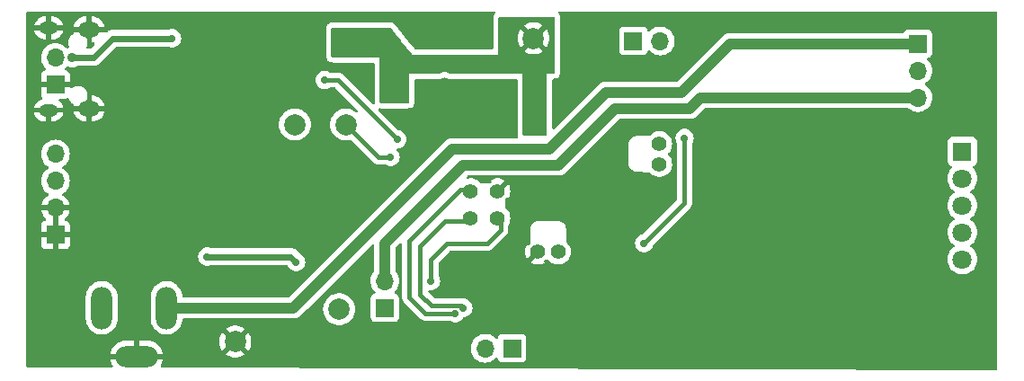
<source format=gbr>
%TF.GenerationSoftware,KiCad,Pcbnew,7.0.1*%
%TF.CreationDate,2023-04-11T18:42:34+01:00*%
%TF.ProjectId,zigbee-led-controller,7a696762-6565-42d6-9c65-642d636f6e74,1*%
%TF.SameCoordinates,Original*%
%TF.FileFunction,Copper,L2,Bot*%
%TF.FilePolarity,Positive*%
%FSLAX46Y46*%
G04 Gerber Fmt 4.6, Leading zero omitted, Abs format (unit mm)*
G04 Created by KiCad (PCBNEW 7.0.1) date 2023-04-11 18:42:34*
%MOMM*%
%LPD*%
G01*
G04 APERTURE LIST*
%TA.AperFunction,ComponentPad*%
%ADD10R,1.800000X1.800000*%
%TD*%
%TA.AperFunction,ComponentPad*%
%ADD11C,1.800000*%
%TD*%
%TA.AperFunction,ComponentPad*%
%ADD12R,1.700000X1.700000*%
%TD*%
%TA.AperFunction,ComponentPad*%
%ADD13O,1.700000X1.700000*%
%TD*%
%TA.AperFunction,ComponentPad*%
%ADD14C,2.000000*%
%TD*%
%TA.AperFunction,ComponentPad*%
%ADD15O,1.800000X1.150000*%
%TD*%
%TA.AperFunction,ComponentPad*%
%ADD16O,2.000000X1.450000*%
%TD*%
%TA.AperFunction,ComponentPad*%
%ADD17C,1.397000*%
%TD*%
%TA.AperFunction,ComponentPad*%
%ADD18O,2.000000X4.000000*%
%TD*%
%TA.AperFunction,ComponentPad*%
%ADD19O,4.000000X2.000000*%
%TD*%
%TA.AperFunction,ViaPad*%
%ADD20C,0.900000*%
%TD*%
%TA.AperFunction,ViaPad*%
%ADD21C,0.700000*%
%TD*%
%TA.AperFunction,Conductor*%
%ADD22C,0.600000*%
%TD*%
%TA.AperFunction,Conductor*%
%ADD23C,1.000000*%
%TD*%
%TA.AperFunction,Conductor*%
%ADD24C,0.400000*%
%TD*%
G04 APERTURE END LIST*
D10*
%TO.P,J4,1,Pin_1*%
%TO.N,/V_LED*%
X124206000Y-46228000D03*
D11*
%TO.P,J4,2,Pin_2*%
%TO.N,Net-(J4-Pin_2)*%
X124206000Y-48768000D03*
%TO.P,J4,3,Pin_3*%
%TO.N,Net-(J4-Pin_3)*%
X124206000Y-51308000D03*
%TO.P,J4,4,Pin_4*%
%TO.N,Net-(J4-Pin_4)*%
X124206000Y-53848000D03*
%TO.P,J4,5,Pin_5*%
%TO.N,Net-(J4-Pin_5)*%
X124206000Y-56388000D03*
%TD*%
D12*
%TO.P,JP2,1,A*%
%TO.N,+12V*%
X120016100Y-36068000D03*
D13*
%TO.P,JP2,2,C*%
%TO.N,/V_LED*%
X120016100Y-38608000D03*
%TO.P,JP2,3,B*%
%TO.N,+5V*%
X120016100Y-41148000D03*
%TD*%
D14*
%TO.P,SCL,1,1*%
%TO.N,/SCL*%
X61342100Y-43688000D03*
%TD*%
%TO.P,SDA,1,1*%
%TO.N,/SDA*%
X66144600Y-43688000D03*
%TD*%
D12*
%TO.P,J2,1,Pin_1*%
%TO.N,/RX*%
X93218000Y-35814000D03*
D13*
%TO.P,J2,2,Pin_2*%
%TO.N,/TX*%
X95758000Y-35814000D03*
%TD*%
D15*
%TO.P,J6,6,Shield*%
%TO.N,GND*%
X38158100Y-34581000D03*
D16*
X41958100Y-34731000D03*
X41958100Y-42181000D03*
D15*
X38158100Y-42331000D03*
%TD*%
D12*
%TO.P,J3,1,Pin_1*%
%TO.N,GND*%
X38793100Y-54092000D03*
D13*
%TO.P,J3,2,Pin_2*%
X38793100Y-51552000D03*
%TO.P,J3,3,Pin_3*%
%TO.N,+12V*%
X38793100Y-49012000D03*
%TO.P,J3,4,Pin_4*%
X38793100Y-46472000D03*
%TD*%
D14*
%TO.P,GND,1,1*%
%TO.N,GND*%
X55727600Y-64135000D03*
%TD*%
D12*
%TO.P,JP1,1,A*%
%TO.N,+5VD*%
X69824600Y-60960000D03*
D13*
%TO.P,JP1,2,B*%
%TO.N,+5V*%
X69824600Y-58420000D03*
%TD*%
D14*
%TO.P,3v3,1,1*%
%TO.N,+3V3*%
X83820000Y-35560000D03*
%TD*%
D12*
%TO.P,J1,1,Pin_1*%
%TO.N,/SWDIO*%
X81793000Y-64770000D03*
D13*
%TO.P,J1,2,Pin_2*%
%TO.N,/SWCLK*%
X79253000Y-64770000D03*
%TD*%
D17*
%TO.P,U2,15,A31_SWDIO*%
%TO.N,/SWDIO*%
X77889513Y-52497640D03*
%TO.P,U2,16,A30_SWCLK*%
%TO.N,/SWCLK*%
X77889513Y-49957640D03*
%TO.P,U2,17,RESET*%
%TO.N,/RESETn*%
X80429513Y-52497640D03*
%TO.P,U2,18,GND*%
%TO.N,GND*%
X80429513Y-49957640D03*
%TO.P,U2,19,BAT*%
%TO.N,unconnected-(U2-BAT-Pad19)*%
X86144513Y-55672640D03*
%TO.P,U2,20,GND*%
%TO.N,GND*%
X84239513Y-55672640D03*
%TO.P,U2,21,NFC1/0.09_H*%
%TO.N,unconnected-(U2-NFC1{slash}0.09_H-Pad21)*%
X95669513Y-47417640D03*
%TO.P,U2,22,NFC2/0.10_H*%
%TO.N,unconnected-(U2-NFC2{slash}0.10_H-Pad22)*%
X95669513Y-45512640D03*
%TD*%
D12*
%TO.P,J5,1,Pin_1*%
%TO.N,GND*%
X38793100Y-39920000D03*
D13*
%TO.P,J5,2,Pin_2*%
%TO.N,+5V*%
X38793100Y-37380000D03*
%TD*%
D18*
%TO.P,J7,1*%
%TO.N,+12V*%
X49254600Y-60960000D03*
D19*
%TO.P,J7,2*%
%TO.N,GND*%
X46454600Y-65560000D03*
D18*
%TO.P,J7,3*%
%TO.N,unconnected-(J7-Pad3)*%
X43154600Y-60960000D03*
%TD*%
D14*
%TO.P,5V,1,1*%
%TO.N,+5VD*%
X65506600Y-61087000D03*
%TD*%
D20*
%TO.N,+3V3*%
X69596000Y-35560000D03*
X83820000Y-40132000D03*
X65786000Y-35306000D03*
X71120000Y-40894000D03*
X70104000Y-37846000D03*
D21*
%TO.N,GND*%
X89662000Y-38354000D03*
D20*
X107188000Y-53340000D03*
D21*
X71628000Y-65532000D03*
D20*
X107188000Y-59182000D03*
X59182000Y-64262000D03*
D21*
X81381513Y-40640000D03*
X58166000Y-40894000D03*
X58166000Y-37338000D03*
D20*
X107188000Y-47498000D03*
D21*
X60452000Y-35306000D03*
D20*
X107188000Y-64770000D03*
D21*
X58166000Y-37338000D03*
X75438000Y-39624000D03*
%TO.N,+5VD*%
X53086000Y-56134000D03*
X61468000Y-56642000D03*
%TO.N,/SWDIO*%
X77216000Y-60960000D03*
%TO.N,/SWCLK*%
X76454000Y-61468000D03*
%TO.N,/TX*%
X94234000Y-54864000D03*
X98044000Y-44958000D03*
%TO.N,+5V*%
X72009000Y-52705000D03*
X69824600Y-54889400D03*
D20*
X40386000Y-37338000D03*
D21*
X49784000Y-35560000D03*
%TO.N,/SDA*%
X70358000Y-46736000D03*
X70358000Y-46736000D03*
%TO.N,/SCL*%
X64135000Y-39497000D03*
X70993000Y-45085000D03*
%TO.N,/RESETn*%
X74168000Y-58420000D03*
%TD*%
D22*
%TO.N,+5VD*%
X61468000Y-56642000D02*
X60960000Y-56134000D01*
X60960000Y-56134000D02*
X53086000Y-56134000D01*
D23*
%TO.N,+12V*%
X61214000Y-60960000D02*
X76200000Y-45974000D01*
X102362000Y-36068000D02*
X120016100Y-36068000D01*
X76200000Y-45974000D02*
X85344000Y-45974000D01*
X90678000Y-40640000D02*
X97790000Y-40640000D01*
X97790000Y-40640000D02*
X102362000Y-36068000D01*
X49254600Y-60960000D02*
X61214000Y-60960000D01*
X85344000Y-45974000D02*
X90678000Y-40640000D01*
D24*
%TO.N,/SWDIO*%
X73152000Y-55118000D02*
X75477963Y-52792037D01*
X75477963Y-52792037D02*
X77595116Y-52792037D01*
X74230000Y-60768000D02*
X73152000Y-59690000D01*
X77024000Y-60768000D02*
X74230000Y-60768000D01*
X73152000Y-59690000D02*
X73152000Y-55118000D01*
X77216000Y-60960000D02*
X77024000Y-60768000D01*
%TO.N,/SWCLK*%
X72136000Y-54624328D02*
X76955922Y-49804406D01*
X76955922Y-49804406D02*
X77145578Y-49804406D01*
X76454000Y-61468000D02*
X73660000Y-61468000D01*
X73660000Y-61468000D02*
X72136000Y-59944000D01*
X72136000Y-59944000D02*
X72136000Y-54624328D01*
%TO.N,/TX*%
X98044000Y-44958000D02*
X98044000Y-51054000D01*
X98044000Y-51054000D02*
X94234000Y-54864000D01*
D23*
%TO.N,+5V*%
X98552000Y-42164000D02*
X91491173Y-42164000D01*
X69824600Y-54889400D02*
X69824600Y-58420000D01*
X72009000Y-52705000D02*
X69824600Y-54889400D01*
X86157173Y-47498000D02*
X77216000Y-47498000D01*
X120016100Y-41148000D02*
X99568000Y-41148000D01*
X77216000Y-47498000D02*
X72009000Y-52705000D01*
X99568000Y-41148000D02*
X98552000Y-42164000D01*
D22*
X44196000Y-35560000D02*
X42418000Y-37338000D01*
X49784000Y-35560000D02*
X44196000Y-35560000D01*
D23*
X91491173Y-42164000D02*
X86157173Y-47498000D01*
D22*
X42418000Y-37338000D02*
X40386000Y-37338000D01*
D24*
%TO.N,/SDA*%
X69192600Y-46736000D02*
X66144600Y-43688000D01*
X70358000Y-46736000D02*
X69192600Y-46736000D01*
%TO.N,/SCL*%
X70993000Y-45085000D02*
X65405000Y-39497000D01*
X65405000Y-39497000D02*
X64135000Y-39497000D01*
%TO.N,/RESETn*%
X79502000Y-54864000D02*
X80697713Y-53668287D01*
X74168000Y-58420000D02*
X74168000Y-56388000D01*
X80697713Y-53668287D02*
X80697713Y-53041589D01*
X75692000Y-54864000D02*
X79502000Y-54864000D01*
X74168000Y-56388000D02*
X75692000Y-54864000D01*
%TD*%
%TA.AperFunction,Conductor*%
%TO.N,+3V3*%
G36*
X85790000Y-33544613D02*
G01*
X85835387Y-33590000D01*
X85852000Y-33652000D01*
X85852000Y-38738000D01*
X85835387Y-38800000D01*
X85790000Y-38845387D01*
X85728000Y-38862000D01*
X85090000Y-38862000D01*
X85090000Y-38911999D01*
X85090000Y-44580000D01*
X85073387Y-44642000D01*
X85028000Y-44687387D01*
X84966000Y-44704000D01*
X82928000Y-44704000D01*
X82866000Y-44687387D01*
X82820613Y-44642000D01*
X82804000Y-44580000D01*
X82804000Y-38912001D01*
X82804000Y-38912000D01*
X82804000Y-38862000D01*
X82754000Y-38862000D01*
X75843911Y-38862000D01*
X75793478Y-38851280D01*
X75702267Y-38810671D01*
X75702266Y-38810670D01*
X75702262Y-38810669D01*
X75527393Y-38773500D01*
X75527391Y-38773500D01*
X75348609Y-38773500D01*
X75348607Y-38773500D01*
X75173737Y-38810669D01*
X75173732Y-38810671D01*
X75173733Y-38810671D01*
X75082522Y-38851280D01*
X75032089Y-38862000D01*
X72185999Y-38862000D01*
X72136000Y-38862000D01*
X72136000Y-38911999D01*
X72136000Y-41532000D01*
X72119387Y-41594000D01*
X72074000Y-41639387D01*
X72012000Y-41656000D01*
X69466000Y-41656000D01*
X69404000Y-41639387D01*
X69358613Y-41594000D01*
X69342000Y-41532000D01*
X69342000Y-37388001D01*
X69342000Y-37388000D01*
X69342000Y-37338000D01*
X69292000Y-37338000D01*
X64894000Y-37338000D01*
X64832000Y-37321387D01*
X64786613Y-37276000D01*
X64770000Y-37214000D01*
X64770000Y-34668000D01*
X64786613Y-34606000D01*
X64832000Y-34560613D01*
X64894000Y-34544000D01*
X70279748Y-34544000D01*
X70333461Y-34556237D01*
X70363769Y-34570803D01*
X70406882Y-34605103D01*
X70866000Y-35179000D01*
X71342765Y-35774957D01*
X71374000Y-35814000D01*
X71882000Y-36449000D01*
X72358765Y-37044957D01*
X72390000Y-37084000D01*
X72440000Y-37084000D01*
X80468000Y-37084000D01*
X80518000Y-37084000D01*
X80518000Y-36783610D01*
X82949942Y-36783610D01*
X82996766Y-36820055D01*
X83215393Y-36938368D01*
X83450506Y-37019083D01*
X83695707Y-37060000D01*
X83944293Y-37060000D01*
X84189493Y-37019083D01*
X84424606Y-36938368D01*
X84643233Y-36820053D01*
X84690056Y-36783609D01*
X83820000Y-35913553D01*
X82949942Y-36783609D01*
X82949942Y-36783610D01*
X80518000Y-36783610D01*
X80518000Y-35560000D01*
X82314858Y-35560000D01*
X82335386Y-35807732D01*
X82396413Y-36048721D01*
X82496268Y-36276370D01*
X82596563Y-36429882D01*
X82596564Y-36429882D01*
X83466447Y-35560001D01*
X83466447Y-35560000D01*
X84173553Y-35560000D01*
X85043434Y-36429882D01*
X85143730Y-36276369D01*
X85243586Y-36048721D01*
X85304613Y-35807732D01*
X85325141Y-35560000D01*
X85304613Y-35312267D01*
X85243586Y-35071278D01*
X85143730Y-34843630D01*
X85043434Y-34690116D01*
X84173553Y-35560000D01*
X83466447Y-35560000D01*
X82596564Y-34690116D01*
X82496266Y-34843634D01*
X82396413Y-35071278D01*
X82335386Y-35312267D01*
X82314858Y-35560000D01*
X80518000Y-35560000D01*
X80518000Y-34336390D01*
X82949942Y-34336390D01*
X83820000Y-35206447D01*
X83820001Y-35206447D01*
X84690057Y-34336390D01*
X84690056Y-34336388D01*
X84643235Y-34299947D01*
X84424606Y-34181631D01*
X84189493Y-34100916D01*
X83944293Y-34060000D01*
X83695707Y-34060000D01*
X83450506Y-34100916D01*
X83215393Y-34181631D01*
X82996764Y-34299946D01*
X82949942Y-34336388D01*
X82949942Y-34336390D01*
X80518000Y-34336390D01*
X80518000Y-33652000D01*
X80534613Y-33590000D01*
X80580000Y-33544613D01*
X80642000Y-33528000D01*
X85728000Y-33528000D01*
X85790000Y-33544613D01*
G37*
%TD.AperFunction*%
%TD*%
%TA.AperFunction,Conductor*%
%TO.N,GND*%
G36*
X80146661Y-33033515D02*
G01*
X80190684Y-33071115D01*
X80212839Y-33124602D01*
X80208297Y-33182318D01*
X80181671Y-33225767D01*
X80182118Y-33226110D01*
X80178855Y-33230362D01*
X80178047Y-33231681D01*
X80177170Y-33232557D01*
X80096836Y-33337250D01*
X80046339Y-33459161D01*
X80029724Y-33521169D01*
X80012500Y-33651999D01*
X80012500Y-36454500D01*
X79995887Y-36516500D01*
X79950500Y-36561887D01*
X79888500Y-36578500D01*
X72692553Y-36578500D01*
X72638838Y-36566262D01*
X72595725Y-36531962D01*
X72027195Y-35821300D01*
X70801611Y-34289320D01*
X70721599Y-34209523D01*
X70678486Y-34175223D01*
X70582736Y-34115190D01*
X70582733Y-34115188D01*
X70582729Y-34115186D01*
X70552430Y-34100624D01*
X70445745Y-34063365D01*
X70392035Y-34051129D01*
X70279748Y-34038500D01*
X64894000Y-34038500D01*
X64893999Y-34038500D01*
X64763169Y-34055724D01*
X64701161Y-34072339D01*
X64579250Y-34122836D01*
X64474557Y-34203170D01*
X64429170Y-34248557D01*
X64348836Y-34353250D01*
X64298339Y-34475161D01*
X64281724Y-34537169D01*
X64264500Y-34667999D01*
X64264500Y-37214001D01*
X64281724Y-37344830D01*
X64298339Y-37406838D01*
X64348836Y-37528749D01*
X64429170Y-37633442D01*
X64474557Y-37678829D01*
X64549843Y-37736598D01*
X64579250Y-37759163D01*
X64701166Y-37809662D01*
X64763166Y-37826275D01*
X64861291Y-37839193D01*
X64893999Y-37843500D01*
X64894000Y-37843500D01*
X68712500Y-37843500D01*
X68774500Y-37860113D01*
X68819887Y-37905500D01*
X68836500Y-37967500D01*
X68836500Y-41532001D01*
X68850351Y-41637207D01*
X68843176Y-41697830D01*
X68807944Y-41747683D01*
X68753193Y-41774683D01*
X68692194Y-41772287D01*
X68639731Y-41741074D01*
X65917940Y-39019283D01*
X65912822Y-39013847D01*
X65872929Y-38968817D01*
X65823432Y-38934651D01*
X65817405Y-38930216D01*
X65770054Y-38893120D01*
X65760813Y-38888961D01*
X65741273Y-38877941D01*
X65732930Y-38872182D01*
X65732927Y-38872181D01*
X65732926Y-38872180D01*
X65676701Y-38850856D01*
X65669783Y-38847991D01*
X65614929Y-38823303D01*
X65604952Y-38821475D01*
X65583339Y-38815450D01*
X65573873Y-38811860D01*
X65514172Y-38804610D01*
X65506771Y-38803483D01*
X65447607Y-38792641D01*
X65387566Y-38796274D01*
X65380079Y-38796500D01*
X64658093Y-38796500D01*
X64619775Y-38790431D01*
X64585207Y-38772818D01*
X64562592Y-38756387D01*
X64399264Y-38683669D01*
X64224393Y-38646500D01*
X64224391Y-38646500D01*
X64045609Y-38646500D01*
X64045607Y-38646500D01*
X63870735Y-38683669D01*
X63707408Y-38756387D01*
X63562768Y-38861474D01*
X63443140Y-38994334D01*
X63353749Y-39149164D01*
X63298503Y-39319195D01*
X63279815Y-39497000D01*
X63298503Y-39674804D01*
X63353749Y-39844835D01*
X63443140Y-39999665D01*
X63562771Y-40132527D01*
X63707403Y-40237610D01*
X63707406Y-40237611D01*
X63707407Y-40237612D01*
X63794974Y-40276599D01*
X63870735Y-40310330D01*
X64045607Y-40347500D01*
X64045609Y-40347500D01*
X64224391Y-40347500D01*
X64224393Y-40347500D01*
X64399264Y-40310330D01*
X64399265Y-40310329D01*
X64399267Y-40310329D01*
X64562593Y-40237612D01*
X64585206Y-40221182D01*
X64619775Y-40203569D01*
X64658093Y-40197500D01*
X65063481Y-40197500D01*
X65110934Y-40206939D01*
X65151162Y-40233819D01*
X67255481Y-42338138D01*
X67286886Y-42391257D01*
X67288799Y-42452935D01*
X67260746Y-42507898D01*
X67209675Y-42542534D01*
X67148233Y-42548266D01*
X67091638Y-42523672D01*
X66968114Y-42427529D01*
X66968110Y-42427526D01*
X66968109Y-42427526D01*
X66749410Y-42309172D01*
X66749406Y-42309170D01*
X66749405Y-42309170D01*
X66514215Y-42228429D01*
X66268935Y-42187500D01*
X66020265Y-42187500D01*
X65774984Y-42228429D01*
X65539794Y-42309170D01*
X65321085Y-42427529D01*
X65124859Y-42580259D01*
X65124856Y-42580261D01*
X65124856Y-42580262D01*
X65010790Y-42704171D01*
X64956437Y-42763214D01*
X64820425Y-42971395D01*
X64742489Y-43149073D01*
X64720537Y-43199119D01*
X64686498Y-43333535D01*
X64659491Y-43440183D01*
X64638956Y-43687999D01*
X64659491Y-43935816D01*
X64659492Y-43935818D01*
X64659492Y-43935821D01*
X64720537Y-44176881D01*
X64751822Y-44248203D01*
X64820425Y-44404604D01*
X64820427Y-44404607D01*
X64956436Y-44612785D01*
X65124856Y-44795738D01*
X65124859Y-44795740D01*
X65321085Y-44948470D01*
X65321087Y-44948471D01*
X65321091Y-44948474D01*
X65539790Y-45066828D01*
X65774986Y-45147571D01*
X66020265Y-45188500D01*
X66268935Y-45188500D01*
X66514214Y-45147571D01*
X66514921Y-45147328D01*
X66516009Y-45147271D01*
X66524350Y-45145880D01*
X66524508Y-45146831D01*
X66583136Y-45143798D01*
X66642870Y-45176927D01*
X68679658Y-47213715D01*
X68684778Y-47219153D01*
X68724671Y-47264183D01*
X68774177Y-47298355D01*
X68780197Y-47302785D01*
X68827541Y-47339877D01*
X68827542Y-47339877D01*
X68827543Y-47339878D01*
X68836784Y-47344037D01*
X68856330Y-47355061D01*
X68864670Y-47360818D01*
X68920913Y-47382147D01*
X68927817Y-47385007D01*
X68982669Y-47409695D01*
X68992644Y-47411522D01*
X69014256Y-47417547D01*
X69023728Y-47421140D01*
X69083441Y-47428390D01*
X69090785Y-47429507D01*
X69149994Y-47440358D01*
X69206702Y-47436927D01*
X69210034Y-47436726D01*
X69217521Y-47436500D01*
X69834907Y-47436500D01*
X69873225Y-47442569D01*
X69907793Y-47460182D01*
X69930407Y-47476612D01*
X70093735Y-47549330D01*
X70268607Y-47586500D01*
X70268609Y-47586500D01*
X70447391Y-47586500D01*
X70447393Y-47586500D01*
X70622264Y-47549330D01*
X70622265Y-47549329D01*
X70622267Y-47549329D01*
X70785593Y-47476612D01*
X70930230Y-47371526D01*
X71049859Y-47238665D01*
X71139250Y-47083835D01*
X71194497Y-46913803D01*
X71213185Y-46736000D01*
X71194497Y-46558197D01*
X71139250Y-46388165D01*
X71139250Y-46388164D01*
X71049859Y-46233334D01*
X70983017Y-46159100D01*
X70968045Y-46142472D01*
X70940763Y-46092847D01*
X70938391Y-46036265D01*
X70961425Y-45984530D01*
X71005060Y-45948432D01*
X71060195Y-45935500D01*
X71082393Y-45935500D01*
X71257264Y-45898330D01*
X71257265Y-45898329D01*
X71257267Y-45898329D01*
X71420593Y-45825612D01*
X71565230Y-45720526D01*
X71684859Y-45587665D01*
X71774250Y-45432835D01*
X71829497Y-45262803D01*
X71848185Y-45085000D01*
X71829497Y-44907197D01*
X71788232Y-44780197D01*
X71774250Y-44737164D01*
X71684859Y-44582334D01*
X71565228Y-44449472D01*
X71420596Y-44344389D01*
X71257264Y-44271669D01*
X71182787Y-44255839D01*
X71149400Y-44243522D01*
X71120887Y-44222230D01*
X69256925Y-42358268D01*
X69225712Y-42305805D01*
X69223316Y-42244805D01*
X69250316Y-42190055D01*
X69300169Y-42154823D01*
X69360789Y-42147648D01*
X69466000Y-42161500D01*
X72012000Y-42161500D01*
X72012001Y-42161500D01*
X72039048Y-42157939D01*
X72142834Y-42144275D01*
X72204834Y-42127662D01*
X72326750Y-42077163D01*
X72431442Y-41996829D01*
X72476829Y-41951442D01*
X72557163Y-41846750D01*
X72607662Y-41724834D01*
X72624275Y-41662834D01*
X72641500Y-41532000D01*
X72641500Y-39491500D01*
X72658113Y-39429500D01*
X72703500Y-39384113D01*
X72765500Y-39367500D01*
X75032086Y-39367500D01*
X75032089Y-39367500D01*
X75137190Y-39356453D01*
X75187623Y-39345733D01*
X75288124Y-39313079D01*
X75318899Y-39299376D01*
X75343544Y-39291368D01*
X75388993Y-39281708D01*
X75414766Y-39279000D01*
X75461233Y-39279000D01*
X75487004Y-39281708D01*
X75532456Y-39291368D01*
X75557096Y-39299374D01*
X75587877Y-39313079D01*
X75688377Y-39345733D01*
X75738810Y-39356453D01*
X75843911Y-39367500D01*
X82174500Y-39367500D01*
X82236500Y-39384113D01*
X82281887Y-39429500D01*
X82298500Y-39491500D01*
X82298500Y-44580001D01*
X82315724Y-44710830D01*
X82328358Y-44757983D01*
X82332338Y-44772834D01*
X82344439Y-44802049D01*
X82353281Y-44861654D01*
X82332980Y-44918390D01*
X82288331Y-44958858D01*
X82229878Y-44973500D01*
X76214238Y-44973500D01*
X76211096Y-44973460D01*
X76123635Y-44971243D01*
X76065581Y-44981648D01*
X76056253Y-44982957D01*
X75997561Y-44988926D01*
X75968527Y-44998035D01*
X75953288Y-45001775D01*
X75923345Y-45007142D01*
X75868568Y-45029021D01*
X75859698Y-45032179D01*
X75803410Y-45049841D01*
X75776809Y-45064605D01*
X75762639Y-45071335D01*
X75734385Y-45082622D01*
X75734384Y-45082622D01*
X75734383Y-45082623D01*
X75729763Y-45085668D01*
X75685121Y-45115087D01*
X75677070Y-45119964D01*
X75625498Y-45148590D01*
X75602414Y-45168407D01*
X75589887Y-45177853D01*
X75564481Y-45194598D01*
X75522775Y-45236303D01*
X75515868Y-45242704D01*
X75471103Y-45281135D01*
X75452480Y-45305193D01*
X75442108Y-45316969D01*
X60835899Y-59923181D01*
X60795671Y-59950061D01*
X60748218Y-59959500D01*
X50874352Y-59959500D01*
X50815335Y-59944555D01*
X50770543Y-59903322D01*
X50750776Y-59845740D01*
X50739708Y-59712183D01*
X50739708Y-59712179D01*
X50678663Y-59471119D01*
X50578773Y-59243393D01*
X50442764Y-59035215D01*
X50274344Y-58852262D01*
X50252212Y-58835036D01*
X50078114Y-58699529D01*
X50078110Y-58699526D01*
X50078109Y-58699526D01*
X49859410Y-58581172D01*
X49859406Y-58581170D01*
X49859405Y-58581170D01*
X49624215Y-58500429D01*
X49378935Y-58459500D01*
X49130265Y-58459500D01*
X48884984Y-58500429D01*
X48649794Y-58581170D01*
X48431085Y-58699529D01*
X48234859Y-58852259D01*
X48234856Y-58852261D01*
X48234856Y-58852262D01*
X48170046Y-58922665D01*
X48066437Y-59035214D01*
X47930425Y-59243395D01*
X47840380Y-59448678D01*
X47830537Y-59471119D01*
X47795494Y-59609500D01*
X47769491Y-59712183D01*
X47754100Y-59897927D01*
X47754100Y-62022073D01*
X47769491Y-62207816D01*
X47769491Y-62207819D01*
X47769492Y-62207821D01*
X47830537Y-62448881D01*
X47873387Y-62546570D01*
X47930425Y-62676604D01*
X47930427Y-62676607D01*
X48066436Y-62884785D01*
X48234856Y-63067738D01*
X48234859Y-63067740D01*
X48431085Y-63220470D01*
X48431087Y-63220471D01*
X48431091Y-63220474D01*
X48649790Y-63338828D01*
X48884986Y-63419571D01*
X49130265Y-63460500D01*
X49378935Y-63460500D01*
X49624214Y-63419571D01*
X49859410Y-63338828D01*
X50078109Y-63220474D01*
X50274344Y-63067738D01*
X50418272Y-62911390D01*
X54857542Y-62911390D01*
X55727600Y-63781447D01*
X55727601Y-63781447D01*
X56597657Y-62911390D01*
X56597656Y-62911388D01*
X56550835Y-62874947D01*
X56332206Y-62756631D01*
X56097093Y-62675916D01*
X55851893Y-62635000D01*
X55603307Y-62635000D01*
X55358106Y-62675916D01*
X55122993Y-62756631D01*
X54904364Y-62874946D01*
X54857542Y-62911388D01*
X54857542Y-62911390D01*
X50418272Y-62911390D01*
X50442764Y-62884785D01*
X50578773Y-62676607D01*
X50678663Y-62448881D01*
X50739708Y-62207821D01*
X50745036Y-62143519D01*
X50750776Y-62074260D01*
X50770543Y-62016678D01*
X50815335Y-61975445D01*
X50874352Y-61960500D01*
X61199721Y-61960500D01*
X61202862Y-61960539D01*
X61290363Y-61962757D01*
X61348432Y-61952348D01*
X61357736Y-61951043D01*
X61416438Y-61945074D01*
X61445467Y-61935965D01*
X61460700Y-61932226D01*
X61490653Y-61926858D01*
X61545426Y-61904978D01*
X61554301Y-61901819D01*
X61571675Y-61896367D01*
X61610588Y-61884159D01*
X61637194Y-61869390D01*
X61651362Y-61862662D01*
X61679617Y-61851377D01*
X61728879Y-61818909D01*
X61736910Y-61814043D01*
X61788502Y-61785409D01*
X61811587Y-61765589D01*
X61824114Y-61756144D01*
X61849519Y-61739402D01*
X61891251Y-61697668D01*
X61898123Y-61691300D01*
X61942895Y-61652866D01*
X61961519Y-61628803D01*
X61971880Y-61617039D01*
X62501919Y-61087000D01*
X64000956Y-61087000D01*
X64021491Y-61334816D01*
X64021491Y-61334819D01*
X64021492Y-61334821D01*
X64082537Y-61575881D01*
X64105756Y-61628815D01*
X64182425Y-61803604D01*
X64182427Y-61803607D01*
X64318436Y-62011785D01*
X64486856Y-62194738D01*
X64552267Y-62245649D01*
X64683085Y-62347470D01*
X64683087Y-62347471D01*
X64683091Y-62347474D01*
X64901790Y-62465828D01*
X65136986Y-62546571D01*
X65382265Y-62587500D01*
X65630935Y-62587500D01*
X65876214Y-62546571D01*
X66111410Y-62465828D01*
X66330109Y-62347474D01*
X66526344Y-62194738D01*
X66694764Y-62011785D01*
X66830773Y-61803607D01*
X66930663Y-61575881D01*
X66991708Y-61334821D01*
X67012243Y-61087000D01*
X66991708Y-60839179D01*
X66930663Y-60598119D01*
X66830773Y-60370393D01*
X66694764Y-60162215D01*
X66526344Y-59979262D01*
X66488827Y-59950061D01*
X66330114Y-59826529D01*
X66330110Y-59826526D01*
X66330109Y-59826526D01*
X66111410Y-59708172D01*
X66111406Y-59708170D01*
X66111405Y-59708170D01*
X65876215Y-59627429D01*
X65630935Y-59586500D01*
X65382265Y-59586500D01*
X65136984Y-59627429D01*
X64901794Y-59708170D01*
X64901790Y-59708171D01*
X64901790Y-59708172D01*
X64819964Y-59752454D01*
X64683085Y-59826529D01*
X64486859Y-59979259D01*
X64486856Y-59979261D01*
X64486856Y-59979262D01*
X64318436Y-60162215D01*
X64273099Y-60231607D01*
X64182425Y-60370395D01*
X64092380Y-60575678D01*
X64082537Y-60598119D01*
X64035922Y-60782197D01*
X64021491Y-60839183D01*
X64000956Y-61087000D01*
X62501919Y-61087000D01*
X68612419Y-54976500D01*
X68661782Y-54946251D01*
X68719498Y-54941709D01*
X68772985Y-54963864D01*
X68810585Y-55007887D01*
X68824100Y-55064182D01*
X68824100Y-57459242D01*
X68814661Y-57506695D01*
X68787781Y-57546923D01*
X68786105Y-57548598D01*
X68650565Y-57742170D01*
X68550697Y-57956336D01*
X68489536Y-58184592D01*
X68468940Y-58419999D01*
X68489536Y-58655407D01*
X68501358Y-58699526D01*
X68550697Y-58883663D01*
X68650565Y-59097830D01*
X68786105Y-59291401D01*
X68786108Y-59291404D01*
X68908030Y-59413326D01*
X68939326Y-59466072D01*
X68941515Y-59527365D01*
X68914062Y-59582209D01*
X68863683Y-59617189D01*
X68732269Y-59666204D01*
X68617054Y-59752454D01*
X68530804Y-59867668D01*
X68480509Y-60002516D01*
X68474100Y-60062130D01*
X68474100Y-61857869D01*
X68480509Y-61917484D01*
X68496553Y-61960500D01*
X68530804Y-62052331D01*
X68617054Y-62167546D01*
X68732269Y-62253796D01*
X68867117Y-62304091D01*
X68926727Y-62310500D01*
X70722472Y-62310499D01*
X70782083Y-62304091D01*
X70916931Y-62253796D01*
X71032146Y-62167546D01*
X71118396Y-62052331D01*
X71168691Y-61917483D01*
X71175100Y-61857873D01*
X71175099Y-60062128D01*
X71168691Y-60002517D01*
X71118396Y-59867669D01*
X71032146Y-59752454D01*
X70916931Y-59666204D01*
X70812970Y-59627429D01*
X70785516Y-59617189D01*
X70735137Y-59582209D01*
X70707684Y-59527365D01*
X70709873Y-59466072D01*
X70741166Y-59413329D01*
X70863095Y-59291401D01*
X70998635Y-59097830D01*
X71098503Y-58883663D01*
X71159663Y-58655408D01*
X71180259Y-58420000D01*
X71159663Y-58184592D01*
X71098503Y-57956337D01*
X70998635Y-57742171D01*
X70863095Y-57548599D01*
X70861419Y-57546923D01*
X70834539Y-57506695D01*
X70825100Y-57459242D01*
X70825100Y-55355183D01*
X70834539Y-55307730D01*
X70861419Y-55267502D01*
X71223819Y-54905102D01*
X71273182Y-54874852D01*
X71330898Y-54870310D01*
X71384385Y-54892465D01*
X71421985Y-54936488D01*
X71435500Y-54992783D01*
X71435500Y-59919079D01*
X71435274Y-59926566D01*
X71431641Y-59986607D01*
X71442483Y-60045771D01*
X71443610Y-60053172D01*
X71450860Y-60112873D01*
X71454450Y-60122339D01*
X71460475Y-60143952D01*
X71462303Y-60153929D01*
X71486991Y-60208783D01*
X71489856Y-60215701D01*
X71491255Y-60219389D01*
X71511182Y-60271930D01*
X71516941Y-60280273D01*
X71527961Y-60299813D01*
X71532120Y-60309054D01*
X71569216Y-60356405D01*
X71573651Y-60362432D01*
X71607817Y-60411929D01*
X71652847Y-60451822D01*
X71658283Y-60456940D01*
X73147051Y-61945707D01*
X73152171Y-61951145D01*
X73192071Y-61996183D01*
X73241577Y-62030354D01*
X73247606Y-62034790D01*
X73294943Y-62071877D01*
X73304178Y-62076033D01*
X73323726Y-62087058D01*
X73332070Y-62092818D01*
X73388322Y-62114151D01*
X73395228Y-62117012D01*
X73450068Y-62141694D01*
X73460030Y-62143519D01*
X73481650Y-62149546D01*
X73491125Y-62153139D01*
X73491128Y-62153140D01*
X73550856Y-62160392D01*
X73558201Y-62161509D01*
X73617394Y-62172357D01*
X73677421Y-62168726D01*
X73684909Y-62168500D01*
X75930907Y-62168500D01*
X75969225Y-62174569D01*
X76003793Y-62192182D01*
X76026407Y-62208612D01*
X76189735Y-62281330D01*
X76364607Y-62318500D01*
X76364609Y-62318500D01*
X76543391Y-62318500D01*
X76543393Y-62318500D01*
X76718264Y-62281330D01*
X76718265Y-62281329D01*
X76718267Y-62281329D01*
X76881593Y-62208612D01*
X77026230Y-62103526D01*
X77145859Y-61970665D01*
X77157120Y-61951161D01*
X77202535Y-61872500D01*
X77247922Y-61827113D01*
X77293029Y-61815026D01*
X77292643Y-61813210D01*
X77480264Y-61773330D01*
X77480265Y-61773329D01*
X77480267Y-61773329D01*
X77643593Y-61700612D01*
X77788230Y-61595526D01*
X77907859Y-61462665D01*
X77997250Y-61307835D01*
X78052497Y-61137803D01*
X78071185Y-60960000D01*
X78052497Y-60782197D01*
X77997250Y-60612165D01*
X77997250Y-60612164D01*
X77907859Y-60457334D01*
X77788228Y-60324472D01*
X77643596Y-60219389D01*
X77480264Y-60146669D01*
X77305393Y-60109500D01*
X77305391Y-60109500D01*
X77294311Y-60109500D01*
X77243420Y-60098575D01*
X77233932Y-60094305D01*
X77233929Y-60094304D01*
X77233926Y-60094303D01*
X77223949Y-60092474D01*
X77202342Y-60086451D01*
X77192873Y-60082860D01*
X77133172Y-60075610D01*
X77125771Y-60074483D01*
X77066607Y-60063641D01*
X77006566Y-60067274D01*
X76999079Y-60067500D01*
X74571519Y-60067500D01*
X74524066Y-60058061D01*
X74483838Y-60031181D01*
X73923215Y-59470558D01*
X73891464Y-59416223D01*
X73890475Y-59353299D01*
X73920504Y-59297993D01*
X73973816Y-59264551D01*
X74036676Y-59261587D01*
X74078609Y-59270500D01*
X74257391Y-59270500D01*
X74257393Y-59270500D01*
X74432264Y-59233330D01*
X74432265Y-59233329D01*
X74432267Y-59233329D01*
X74595593Y-59160612D01*
X74740230Y-59055526D01*
X74859859Y-58922665D01*
X74949250Y-58767835D01*
X75004497Y-58597803D01*
X75023185Y-58420000D01*
X75004497Y-58242197D01*
X74949250Y-58072165D01*
X74949250Y-58072164D01*
X74885113Y-57961076D01*
X74868500Y-57899076D01*
X74868500Y-56729519D01*
X74877939Y-56682066D01*
X74904819Y-56641838D01*
X75874016Y-55672640D01*
X83035879Y-55672640D01*
X83056372Y-55893809D01*
X83117156Y-56107441D01*
X83216163Y-56306272D01*
X83231723Y-56326875D01*
X83787091Y-55771507D01*
X83844106Y-55739040D01*
X83909706Y-55740210D01*
X83913552Y-55741340D01*
X83982780Y-55741340D01*
X83983873Y-55741344D01*
X84046987Y-55741902D01*
X84046987Y-55741901D01*
X84047344Y-55741905D01*
X84108564Y-55758695D01*
X84153453Y-55803581D01*
X84170245Y-55864801D01*
X84170808Y-55928307D01*
X84170813Y-55929406D01*
X84170813Y-55998602D01*
X84171941Y-56002444D01*
X84173112Y-56068044D01*
X84140645Y-56125059D01*
X83587273Y-56678430D01*
X83587274Y-56678431D01*
X83703003Y-56750087D01*
X83910123Y-56830325D01*
X84128458Y-56871140D01*
X84350568Y-56871140D01*
X84568902Y-56830325D01*
X84776019Y-56750088D01*
X84891751Y-56678430D01*
X84852142Y-56638821D01*
X84821892Y-56589458D01*
X84817350Y-56531742D01*
X84839505Y-56478255D01*
X84883528Y-56440655D01*
X84939823Y-56427140D01*
X85150066Y-56427140D01*
X85205338Y-56440140D01*
X85249021Y-56476415D01*
X85254644Y-56483862D01*
X85418857Y-56633562D01*
X85572437Y-56728654D01*
X85607783Y-56750539D01*
X85814985Y-56830810D01*
X86033409Y-56871640D01*
X86255615Y-56871640D01*
X86255617Y-56871640D01*
X86474041Y-56830810D01*
X86681243Y-56750539D01*
X86870168Y-56633562D01*
X87034381Y-56483862D01*
X87106772Y-56388000D01*
X122800699Y-56388000D01*
X122819865Y-56619299D01*
X122819865Y-56619301D01*
X122819866Y-56619305D01*
X122870640Y-56819804D01*
X122876844Y-56844303D01*
X122938341Y-56984500D01*
X122970076Y-57056849D01*
X123097021Y-57251153D01*
X123254216Y-57421913D01*
X123437374Y-57564470D01*
X123641497Y-57674936D01*
X123751258Y-57712617D01*
X123861015Y-57750297D01*
X123861017Y-57750297D01*
X123861019Y-57750298D01*
X124089951Y-57788500D01*
X124322048Y-57788500D01*
X124322049Y-57788500D01*
X124550981Y-57750298D01*
X124770503Y-57674936D01*
X124974626Y-57564470D01*
X125157784Y-57421913D01*
X125314979Y-57251153D01*
X125441924Y-57056849D01*
X125535157Y-56844300D01*
X125592134Y-56619305D01*
X125611300Y-56388000D01*
X125592134Y-56156695D01*
X125535157Y-55931700D01*
X125441924Y-55719151D01*
X125314979Y-55524847D01*
X125157784Y-55354087D01*
X125157783Y-55354086D01*
X124980180Y-55215852D01*
X124944942Y-55172459D01*
X124932343Y-55117999D01*
X124944943Y-55063538D01*
X124980177Y-55020148D01*
X125157784Y-54881913D01*
X125314979Y-54711153D01*
X125441924Y-54516849D01*
X125535157Y-54304300D01*
X125592134Y-54079305D01*
X125611300Y-53848000D01*
X125592134Y-53616695D01*
X125535157Y-53391700D01*
X125441924Y-53179151D01*
X125314979Y-52984847D01*
X125157784Y-52814087D01*
X125130725Y-52793026D01*
X124980180Y-52675852D01*
X124944942Y-52632459D01*
X124932343Y-52577999D01*
X124944943Y-52523538D01*
X124980177Y-52480148D01*
X125157784Y-52341913D01*
X125314979Y-52171153D01*
X125441924Y-51976849D01*
X125535157Y-51764300D01*
X125592134Y-51539305D01*
X125611300Y-51308000D01*
X125592134Y-51076695D01*
X125535157Y-50851700D01*
X125441924Y-50639151D01*
X125314979Y-50444847D01*
X125157784Y-50274087D01*
X124980180Y-50135852D01*
X124944943Y-50092460D01*
X124932343Y-50038000D01*
X124944943Y-49983540D01*
X124980181Y-49940146D01*
X124993876Y-49929487D01*
X125157784Y-49801913D01*
X125314979Y-49631153D01*
X125441924Y-49436849D01*
X125535157Y-49224300D01*
X125592134Y-48999305D01*
X125611300Y-48768000D01*
X125592134Y-48536695D01*
X125535157Y-48311700D01*
X125441924Y-48099151D01*
X125360729Y-47974873D01*
X125314980Y-47904848D01*
X125308237Y-47897523D01*
X125220195Y-47801884D01*
X125191424Y-47749134D01*
X125190831Y-47689047D01*
X125218558Y-47635737D01*
X125268092Y-47601722D01*
X125348331Y-47571796D01*
X125463546Y-47485546D01*
X125549796Y-47370331D01*
X125600091Y-47235483D01*
X125606500Y-47175873D01*
X125606499Y-45280128D01*
X125600091Y-45220517D01*
X125549796Y-45085669D01*
X125463546Y-44970454D01*
X125348331Y-44884204D01*
X125213483Y-44833909D01*
X125153873Y-44827500D01*
X125153869Y-44827500D01*
X123258130Y-44827500D01*
X123198515Y-44833909D01*
X123063669Y-44884204D01*
X122948454Y-44970454D01*
X122862204Y-45085668D01*
X122811909Y-45220515D01*
X122811909Y-45220517D01*
X122807363Y-45262804D01*
X122805500Y-45280130D01*
X122805500Y-47175869D01*
X122811909Y-47235484D01*
X122813235Y-47239039D01*
X122862204Y-47370331D01*
X122948454Y-47485546D01*
X123063669Y-47571796D01*
X123143905Y-47601722D01*
X123193441Y-47635737D01*
X123221168Y-47689047D01*
X123220575Y-47749134D01*
X123191802Y-47801887D01*
X123097020Y-47904848D01*
X122970076Y-48099150D01*
X122876844Y-48311696D01*
X122876842Y-48311700D01*
X122876843Y-48311700D01*
X122829539Y-48498500D01*
X122819865Y-48536700D01*
X122800699Y-48768000D01*
X122819865Y-48999299D01*
X122819865Y-48999301D01*
X122819866Y-48999305D01*
X122875368Y-49218475D01*
X122876844Y-49224303D01*
X122941855Y-49372512D01*
X122970076Y-49436849D01*
X123097021Y-49631153D01*
X123254216Y-49801913D01*
X123414557Y-49926711D01*
X123431819Y-49940146D01*
X123467057Y-49983540D01*
X123479657Y-50038000D01*
X123467057Y-50092460D01*
X123431819Y-50135854D01*
X123254215Y-50274087D01*
X123097020Y-50444848D01*
X122970076Y-50639150D01*
X122876844Y-50851696D01*
X122876842Y-50851700D01*
X122876843Y-50851700D01*
X122858765Y-50923090D01*
X122819865Y-51076700D01*
X122800699Y-51308000D01*
X122819865Y-51539299D01*
X122819865Y-51539301D01*
X122819866Y-51539305D01*
X122876843Y-51764300D01*
X122970076Y-51976849D01*
X123097021Y-52171153D01*
X123254216Y-52341913D01*
X123431817Y-52480145D01*
X123431819Y-52480146D01*
X123467057Y-52523540D01*
X123479657Y-52578000D01*
X123467057Y-52632460D01*
X123431819Y-52675854D01*
X123254215Y-52814087D01*
X123097020Y-52984848D01*
X122970076Y-53179150D01*
X122876844Y-53391696D01*
X122876842Y-53391700D01*
X122876843Y-53391700D01*
X122823142Y-53603761D01*
X122819865Y-53616700D01*
X122800699Y-53848000D01*
X122819865Y-54079299D01*
X122819865Y-54079301D01*
X122819866Y-54079305D01*
X122863432Y-54251342D01*
X122876844Y-54304303D01*
X122901861Y-54361335D01*
X122970076Y-54516849D01*
X123097021Y-54711153D01*
X123254216Y-54881913D01*
X123431817Y-55020145D01*
X123431819Y-55020146D01*
X123467057Y-55063540D01*
X123479657Y-55118000D01*
X123467057Y-55172460D01*
X123431819Y-55215852D01*
X123403807Y-55237656D01*
X123254215Y-55354087D01*
X123097020Y-55524848D01*
X122970076Y-55719150D01*
X122876844Y-55931696D01*
X122876842Y-55931700D01*
X122876843Y-55931700D01*
X122824263Y-56139334D01*
X122819865Y-56156700D01*
X122800699Y-56388000D01*
X87106772Y-56388000D01*
X87168291Y-56306536D01*
X87168291Y-56306534D01*
X87168293Y-56306533D01*
X87267337Y-56107624D01*
X87328147Y-55893902D01*
X87338130Y-55786164D01*
X87348650Y-55672640D01*
X87328196Y-55451908D01*
X87328147Y-55451377D01*
X87267337Y-55237655D01*
X87168293Y-55038746D01*
X87036331Y-54863999D01*
X93378815Y-54863999D01*
X93397503Y-55041804D01*
X93452749Y-55211835D01*
X93542140Y-55366665D01*
X93661771Y-55499527D01*
X93806403Y-55604610D01*
X93806406Y-55604611D01*
X93806407Y-55604612D01*
X93882775Y-55638613D01*
X93969735Y-55677330D01*
X94144607Y-55714500D01*
X94144609Y-55714500D01*
X94323391Y-55714500D01*
X94323393Y-55714500D01*
X94498264Y-55677330D01*
X94498265Y-55677329D01*
X94498267Y-55677329D01*
X94661593Y-55604612D01*
X94806230Y-55499526D01*
X94925859Y-55366665D01*
X95015250Y-55211835D01*
X95070497Y-55041803D01*
X95070497Y-55041799D01*
X95072677Y-55035091D01*
X95102925Y-54985730D01*
X98521731Y-51566924D01*
X98527150Y-51561823D01*
X98572183Y-51521929D01*
X98606377Y-51472389D01*
X98610770Y-51466419D01*
X98647878Y-51419056D01*
X98652035Y-51409818D01*
X98663061Y-51390268D01*
X98668818Y-51381930D01*
X98690152Y-51325674D01*
X98692994Y-51318811D01*
X98717695Y-51263931D01*
X98719522Y-51253956D01*
X98725549Y-51232339D01*
X98729140Y-51222872D01*
X98736387Y-51163179D01*
X98737514Y-51155777D01*
X98741994Y-51131330D01*
X98748358Y-51096606D01*
X98744726Y-51036566D01*
X98744500Y-51029079D01*
X98744500Y-45478924D01*
X98761113Y-45416924D01*
X98825250Y-45305835D01*
X98829948Y-45291377D01*
X98880497Y-45135803D01*
X98899185Y-44958000D01*
X98880497Y-44780197D01*
X98851840Y-44692001D01*
X98825250Y-44610164D01*
X98735859Y-44455334D01*
X98616228Y-44322472D01*
X98471596Y-44217389D01*
X98308264Y-44144669D01*
X98133393Y-44107500D01*
X98133391Y-44107500D01*
X97954609Y-44107500D01*
X97954607Y-44107500D01*
X97779735Y-44144669D01*
X97616408Y-44217387D01*
X97471768Y-44322474D01*
X97352140Y-44455334D01*
X97262749Y-44610164D01*
X97207503Y-44780195D01*
X97188815Y-44958000D01*
X97207503Y-45135804D01*
X97262749Y-45305835D01*
X97326887Y-45416924D01*
X97343500Y-45478924D01*
X97343500Y-50712481D01*
X97334061Y-50759934D01*
X97307181Y-50800162D01*
X94106111Y-54001230D01*
X94077599Y-54022522D01*
X94044213Y-54034839D01*
X93993157Y-54045691D01*
X93969733Y-54050671D01*
X93931268Y-54067796D01*
X93806407Y-54123387D01*
X93661768Y-54228474D01*
X93542140Y-54361334D01*
X93452749Y-54516164D01*
X93397503Y-54686195D01*
X93378815Y-54863999D01*
X87036331Y-54863999D01*
X87034380Y-54861416D01*
X86939475Y-54774900D01*
X86909579Y-54733349D01*
X86899013Y-54683263D01*
X86899013Y-53596178D01*
X86898964Y-53595500D01*
X86898966Y-53575537D01*
X86898969Y-53553872D01*
X86865110Y-53383565D01*
X86798674Y-53223137D01*
X86702216Y-53078753D01*
X86579443Y-52955962D01*
X86579442Y-52955961D01*
X86579441Y-52955960D01*
X86435070Y-52859482D01*
X86274653Y-52793025D01*
X86104351Y-52759142D01*
X86061037Y-52759141D01*
X86061019Y-52759140D01*
X86053312Y-52759140D01*
X86017530Y-52759140D01*
X85934283Y-52759137D01*
X85934263Y-52759140D01*
X84417921Y-52759140D01*
X84417790Y-52759113D01*
X84279705Y-52759111D01*
X84279704Y-52759111D01*
X84237124Y-52767579D01*
X84109384Y-52792986D01*
X83948954Y-52859438D01*
X83804564Y-52955920D01*
X83681780Y-53078713D01*
X83585310Y-53223108D01*
X83518868Y-53383543D01*
X83485005Y-53553867D01*
X83485013Y-53640587D01*
X83485013Y-54972330D01*
X83471498Y-55028625D01*
X83433898Y-55072648D01*
X83380411Y-55094803D01*
X83322695Y-55090261D01*
X83273332Y-55060011D01*
X83231723Y-55018402D01*
X83231722Y-55018402D01*
X83216162Y-55039007D01*
X83117157Y-55237836D01*
X83056372Y-55451470D01*
X83035879Y-55672640D01*
X75874016Y-55672640D01*
X75945837Y-55600819D01*
X75986065Y-55573939D01*
X76033518Y-55564500D01*
X79477079Y-55564500D01*
X79484566Y-55564726D01*
X79487706Y-55564915D01*
X79544606Y-55568358D01*
X79603782Y-55557513D01*
X79611181Y-55556387D01*
X79670872Y-55549140D01*
X79680335Y-55545550D01*
X79701958Y-55539522D01*
X79711932Y-55537695D01*
X79766808Y-55512996D01*
X79773673Y-55510152D01*
X79829930Y-55488818D01*
X79838270Y-55483060D01*
X79857819Y-55472035D01*
X79867057Y-55467878D01*
X79914413Y-55430775D01*
X79920420Y-55426355D01*
X79969929Y-55392183D01*
X80009823Y-55347150D01*
X80014924Y-55341731D01*
X81175436Y-54181218D01*
X81180855Y-54176116D01*
X81225896Y-54136216D01*
X81260074Y-54086697D01*
X81264503Y-54080681D01*
X81301588Y-54033347D01*
X81301588Y-54033346D01*
X81301591Y-54033343D01*
X81305750Y-54024101D01*
X81316774Y-54004555D01*
X81322531Y-53996217D01*
X81343865Y-53939961D01*
X81346707Y-53933098D01*
X81371408Y-53878218D01*
X81373235Y-53868243D01*
X81379262Y-53846626D01*
X81382853Y-53837159D01*
X81390100Y-53777466D01*
X81391227Y-53770064D01*
X81393046Y-53760140D01*
X81402071Y-53710893D01*
X81398439Y-53650853D01*
X81398213Y-53643366D01*
X81398213Y-53246032D01*
X81404641Y-53206626D01*
X81423259Y-53171305D01*
X81453293Y-53131533D01*
X81552337Y-52932624D01*
X81613147Y-52718902D01*
X81617136Y-52675852D01*
X81633650Y-52497640D01*
X81613147Y-52276380D01*
X81613147Y-52276377D01*
X81552337Y-52062655D01*
X81453293Y-51863746D01*
X81319380Y-51686416D01*
X81224475Y-51599900D01*
X81194579Y-51558349D01*
X81184013Y-51508263D01*
X81184013Y-50657949D01*
X81197528Y-50601654D01*
X81235128Y-50557631D01*
X81288615Y-50535476D01*
X81346331Y-50540018D01*
X81395694Y-50570268D01*
X81437301Y-50611875D01*
X81437302Y-50611875D01*
X81452862Y-50591271D01*
X81551869Y-50392441D01*
X81612653Y-50178809D01*
X81633146Y-49957640D01*
X81612653Y-49736470D01*
X81551868Y-49522836D01*
X81452863Y-49324008D01*
X81437302Y-49303402D01*
X80881932Y-49858772D01*
X80824917Y-49891239D01*
X80759317Y-49890068D01*
X80755475Y-49888940D01*
X80755474Y-49888940D01*
X80686346Y-49888940D01*
X80685240Y-49888935D01*
X80682324Y-49888908D01*
X80621670Y-49888367D01*
X80560457Y-49871573D01*
X80515574Y-49826689D01*
X80498783Y-49765475D01*
X80498779Y-49765079D01*
X80498780Y-49765077D01*
X80498218Y-49701939D01*
X80498213Y-49700836D01*
X80498213Y-49631680D01*
X80498058Y-49631153D01*
X80497083Y-49627833D01*
X80495913Y-49562234D01*
X80528380Y-49505218D01*
X81081751Y-48951848D01*
X81081750Y-48951847D01*
X80966022Y-48880192D01*
X80758902Y-48799954D01*
X80540568Y-48759140D01*
X80318458Y-48759140D01*
X80100123Y-48799954D01*
X79893005Y-48880192D01*
X79777273Y-48951848D01*
X79816884Y-48991459D01*
X79847134Y-49040822D01*
X79851676Y-49098538D01*
X79829521Y-49152025D01*
X79785498Y-49189625D01*
X79729203Y-49203140D01*
X78883960Y-49203140D01*
X78828688Y-49190140D01*
X78785005Y-49153865D01*
X78779381Y-49146417D01*
X78615168Y-48996717D01*
X78426245Y-48879742D01*
X78426243Y-48879741D01*
X78219041Y-48799470D01*
X78000617Y-48758640D01*
X77778409Y-48758640D01*
X77748599Y-48764212D01*
X77670061Y-48778893D01*
X77607870Y-48774576D01*
X77555639Y-48740541D01*
X77526570Y-48685392D01*
X77528011Y-48623068D01*
X77559594Y-48569325D01*
X77594105Y-48534814D01*
X77634330Y-48507939D01*
X77681782Y-48498500D01*
X86142894Y-48498500D01*
X86146035Y-48498539D01*
X86233536Y-48500757D01*
X86291605Y-48490348D01*
X86300909Y-48489043D01*
X86359611Y-48483074D01*
X86388640Y-48473965D01*
X86403873Y-48470226D01*
X86433826Y-48464858D01*
X86488599Y-48442978D01*
X86497474Y-48439819D01*
X86514848Y-48434367D01*
X86553761Y-48422159D01*
X86580367Y-48407390D01*
X86594535Y-48400662D01*
X86622790Y-48389377D01*
X86672052Y-48356909D01*
X86680083Y-48352043D01*
X86731675Y-48323409D01*
X86754760Y-48303589D01*
X86767287Y-48294144D01*
X86792692Y-48277402D01*
X86834424Y-48235668D01*
X86841296Y-48229300D01*
X86886068Y-48190866D01*
X86904697Y-48166798D01*
X86915056Y-48155036D01*
X87831053Y-47239039D01*
X92755955Y-47239039D01*
X92755968Y-47377012D01*
X92778609Y-47490778D01*
X92789861Y-47547313D01*
X92856324Y-47707730D01*
X92952805Y-47852099D01*
X93075596Y-47974873D01*
X93219978Y-48071334D01*
X93380405Y-48137775D01*
X93550710Y-48171643D01*
X93636861Y-48171640D01*
X94674974Y-48171963D01*
X94730221Y-48184971D01*
X94773886Y-48221236D01*
X94779645Y-48228863D01*
X94943857Y-48378562D01*
X95045069Y-48441229D01*
X95132783Y-48495539D01*
X95339985Y-48575810D01*
X95558409Y-48616640D01*
X95780615Y-48616640D01*
X95780617Y-48616640D01*
X95999041Y-48575810D01*
X96206243Y-48495539D01*
X96395168Y-48378562D01*
X96468512Y-48311700D01*
X96559380Y-48228863D01*
X96602349Y-48171963D01*
X96693291Y-48051536D01*
X96693291Y-48051534D01*
X96693293Y-48051533D01*
X96792337Y-47852624D01*
X96853147Y-47638902D01*
X96861634Y-47547311D01*
X96873650Y-47417640D01*
X96856771Y-47235484D01*
X96853147Y-47196377D01*
X96792337Y-46982655D01*
X96693293Y-46783746D01*
X96559380Y-46606416D01*
X96504927Y-46556776D01*
X96469198Y-46499072D01*
X96469199Y-46431203D01*
X96504926Y-46373504D01*
X96559381Y-46323862D01*
X96693291Y-46146536D01*
X96693291Y-46146534D01*
X96693293Y-46146533D01*
X96792337Y-45947624D01*
X96853147Y-45733902D01*
X96858278Y-45678527D01*
X96873650Y-45512640D01*
X96855003Y-45311408D01*
X96853147Y-45291377D01*
X96792337Y-45077655D01*
X96693293Y-44878746D01*
X96559380Y-44701416D01*
X96395168Y-44551717D01*
X96206245Y-44434742D01*
X96206243Y-44434741D01*
X95999041Y-44354470D01*
X95780617Y-44313640D01*
X95558409Y-44313640D01*
X95339985Y-44354469D01*
X95339985Y-44354470D01*
X95132780Y-44434742D01*
X94943857Y-44551717D01*
X94779645Y-44701416D01*
X94774148Y-44708696D01*
X94730449Y-44744974D01*
X94675159Y-44757963D01*
X93719381Y-44757664D01*
X93719202Y-44757641D01*
X93688918Y-44757641D01*
X93688782Y-44757613D01*
X93550705Y-44757611D01*
X93550704Y-44757611D01*
X93508124Y-44766079D01*
X93380384Y-44791486D01*
X93219954Y-44857938D01*
X93075564Y-44954420D01*
X92952780Y-45077213D01*
X92856310Y-45221608D01*
X92789868Y-45382043D01*
X92756005Y-45552367D01*
X92756013Y-45639087D01*
X92756013Y-47207873D01*
X92756004Y-47207940D01*
X92756007Y-47238775D01*
X92755955Y-47239039D01*
X87831053Y-47239039D01*
X91869274Y-43200818D01*
X91909502Y-43173939D01*
X91956955Y-43164500D01*
X98537721Y-43164500D01*
X98540862Y-43164539D01*
X98628363Y-43166757D01*
X98686432Y-43156348D01*
X98695736Y-43155043D01*
X98754438Y-43149074D01*
X98783467Y-43139965D01*
X98798700Y-43136226D01*
X98828653Y-43130858D01*
X98883426Y-43108978D01*
X98892301Y-43105819D01*
X98909675Y-43100367D01*
X98948588Y-43088159D01*
X98975194Y-43073390D01*
X98989362Y-43066662D01*
X99017617Y-43055377D01*
X99066879Y-43022909D01*
X99074910Y-43018043D01*
X99126502Y-42989409D01*
X99149587Y-42969589D01*
X99162114Y-42960144D01*
X99187519Y-42943402D01*
X99229256Y-42901662D01*
X99236126Y-42895297D01*
X99280895Y-42856866D01*
X99299524Y-42832798D01*
X99309884Y-42821035D01*
X99946101Y-42184818D01*
X99986329Y-42157939D01*
X100033782Y-42148500D01*
X119055342Y-42148500D01*
X119102795Y-42157939D01*
X119143023Y-42184818D01*
X119144699Y-42186495D01*
X119338270Y-42322035D01*
X119552437Y-42421903D01*
X119780692Y-42483063D01*
X120016099Y-42503659D01*
X120016099Y-42503658D01*
X120016100Y-42503659D01*
X120251508Y-42483063D01*
X120479763Y-42421903D01*
X120693930Y-42322035D01*
X120887501Y-42186495D01*
X121054595Y-42019401D01*
X121190135Y-41825830D01*
X121290003Y-41611663D01*
X121351163Y-41383408D01*
X121371759Y-41148000D01*
X121371431Y-41144256D01*
X121351163Y-40912592D01*
X121337434Y-40861354D01*
X121290003Y-40684337D01*
X121190135Y-40470171D01*
X121054595Y-40276599D01*
X120887501Y-40109505D01*
X120701939Y-39979573D01*
X120663075Y-39935257D01*
X120649064Y-39878000D01*
X120663075Y-39820743D01*
X120701939Y-39776426D01*
X120887501Y-39646495D01*
X121054595Y-39479401D01*
X121190135Y-39285830D01*
X121290003Y-39071663D01*
X121351163Y-38843408D01*
X121371759Y-38608000D01*
X121351163Y-38372592D01*
X121290003Y-38144337D01*
X121190135Y-37930171D01*
X121054595Y-37736599D01*
X120932668Y-37614672D01*
X120901373Y-37561927D01*
X120899184Y-37500634D01*
X120926637Y-37445789D01*
X120977016Y-37410810D01*
X121108431Y-37361796D01*
X121223646Y-37275546D01*
X121309896Y-37160331D01*
X121360191Y-37025483D01*
X121366600Y-36965873D01*
X121366599Y-35170128D01*
X121360191Y-35110517D01*
X121309896Y-34975669D01*
X121223646Y-34860454D01*
X121108431Y-34774204D01*
X120973583Y-34723909D01*
X120913973Y-34717500D01*
X120913969Y-34717500D01*
X119118230Y-34717500D01*
X119058615Y-34723909D01*
X118923769Y-34774203D01*
X118923769Y-34774204D01*
X118808554Y-34860454D01*
X118747061Y-34942599D01*
X118722303Y-34975671D01*
X118718139Y-34986835D01*
X118691700Y-35029071D01*
X118650770Y-35057488D01*
X118601958Y-35067500D01*
X102376238Y-35067500D01*
X102373096Y-35067460D01*
X102285635Y-35065243D01*
X102227581Y-35075648D01*
X102218253Y-35076957D01*
X102159561Y-35082926D01*
X102130527Y-35092035D01*
X102115288Y-35095775D01*
X102085345Y-35101142D01*
X102030568Y-35123021D01*
X102021698Y-35126179D01*
X101965410Y-35143841D01*
X101938809Y-35158605D01*
X101924639Y-35165335D01*
X101896385Y-35176622D01*
X101847121Y-35209087D01*
X101839070Y-35213964D01*
X101787498Y-35242590D01*
X101764414Y-35262407D01*
X101751887Y-35271853D01*
X101726481Y-35288598D01*
X101684775Y-35330303D01*
X101677868Y-35336704D01*
X101633103Y-35375135D01*
X101614480Y-35399193D01*
X101604108Y-35410969D01*
X97411899Y-39603181D01*
X97371671Y-39630061D01*
X97324218Y-39639500D01*
X90692262Y-39639500D01*
X90689121Y-39639460D01*
X90687839Y-39639427D01*
X90601637Y-39637242D01*
X90543580Y-39647648D01*
X90534251Y-39648957D01*
X90475562Y-39654926D01*
X90446527Y-39664035D01*
X90431290Y-39667774D01*
X90401350Y-39673141D01*
X90346567Y-39695022D01*
X90337698Y-39698179D01*
X90281410Y-39715841D01*
X90254809Y-39730605D01*
X90240639Y-39737335D01*
X90212385Y-39748622D01*
X90163121Y-39781087D01*
X90155070Y-39785964D01*
X90103498Y-39814590D01*
X90080414Y-39834407D01*
X90067887Y-39843853D01*
X90042481Y-39860598D01*
X90000775Y-39902303D01*
X89993868Y-39908704D01*
X89949103Y-39947135D01*
X89930480Y-39971193D01*
X89920108Y-39982969D01*
X85807181Y-44095899D01*
X85757818Y-44126149D01*
X85700102Y-44130691D01*
X85646615Y-44108536D01*
X85609015Y-44064513D01*
X85595500Y-44008218D01*
X85595500Y-39491500D01*
X85612113Y-39429500D01*
X85657500Y-39384113D01*
X85719500Y-39367500D01*
X85728001Y-39367500D01*
X85754166Y-39364054D01*
X85858834Y-39350275D01*
X85920834Y-39333662D01*
X86042750Y-39283163D01*
X86147442Y-39202829D01*
X86192829Y-39157442D01*
X86273163Y-39052750D01*
X86323662Y-38930834D01*
X86340275Y-38868834D01*
X86357500Y-38738000D01*
X86357500Y-36711869D01*
X91867500Y-36711869D01*
X91873909Y-36771484D01*
X91899056Y-36838907D01*
X91924204Y-36906331D01*
X92010454Y-37021546D01*
X92125669Y-37107796D01*
X92260517Y-37158091D01*
X92320127Y-37164500D01*
X94115872Y-37164499D01*
X94175483Y-37158091D01*
X94310331Y-37107796D01*
X94425546Y-37021546D01*
X94511796Y-36906331D01*
X94560810Y-36774916D01*
X94595789Y-36724537D01*
X94650634Y-36697084D01*
X94711927Y-36699273D01*
X94764673Y-36730568D01*
X94886599Y-36852495D01*
X95080170Y-36988035D01*
X95294337Y-37087903D01*
X95522592Y-37149063D01*
X95758000Y-37169659D01*
X95993408Y-37149063D01*
X96221663Y-37087903D01*
X96435830Y-36988035D01*
X96629401Y-36852495D01*
X96796495Y-36685401D01*
X96932035Y-36491830D01*
X97031903Y-36277663D01*
X97093063Y-36049408D01*
X97113659Y-35814000D01*
X97093063Y-35578592D01*
X97031903Y-35350337D01*
X96932035Y-35136171D01*
X96796495Y-34942599D01*
X96629401Y-34775505D01*
X96435830Y-34639965D01*
X96221663Y-34540097D01*
X96160501Y-34523709D01*
X95993407Y-34478936D01*
X95758000Y-34458340D01*
X95522592Y-34478936D01*
X95294336Y-34540097D01*
X95080170Y-34639965D01*
X94886601Y-34775503D01*
X94764673Y-34897431D01*
X94711926Y-34928726D01*
X94650634Y-34930915D01*
X94595789Y-34903462D01*
X94560810Y-34853082D01*
X94540877Y-34799639D01*
X94511796Y-34721669D01*
X94425546Y-34606454D01*
X94310331Y-34520204D01*
X94175483Y-34469909D01*
X94115873Y-34463500D01*
X94115869Y-34463500D01*
X92320130Y-34463500D01*
X92260515Y-34469909D01*
X92125669Y-34520204D01*
X92010454Y-34606454D01*
X91924204Y-34721668D01*
X91874633Y-34854574D01*
X91873909Y-34856517D01*
X91868179Y-34909818D01*
X91867500Y-34916130D01*
X91867500Y-36711869D01*
X86357500Y-36711869D01*
X86357500Y-33652000D01*
X86340275Y-33521166D01*
X86323662Y-33459166D01*
X86273163Y-33337250D01*
X86192829Y-33232557D01*
X86191953Y-33231681D01*
X86191144Y-33230362D01*
X86187882Y-33226110D01*
X86188328Y-33225767D01*
X86161703Y-33182318D01*
X86157161Y-33124602D01*
X86179316Y-33071115D01*
X86223339Y-33033515D01*
X86279634Y-33020000D01*
X127384000Y-33020000D01*
X127446000Y-33036613D01*
X127491387Y-33082000D01*
X127508000Y-33144000D01*
X127508000Y-66677654D01*
X127491330Y-66739753D01*
X127445801Y-66785156D01*
X127383656Y-66801654D01*
X48812160Y-66583399D01*
X48746621Y-66564449D01*
X48701026Y-66513701D01*
X48689175Y-66446515D01*
X48710791Y-66392827D01*
X48709763Y-66392271D01*
X48832968Y-66164606D01*
X48913683Y-65929491D01*
X48933623Y-65810000D01*
X43975577Y-65810000D01*
X43995516Y-65929491D01*
X44076231Y-66164606D01*
X44196724Y-66387258D01*
X44211641Y-66448924D01*
X44194103Y-66509897D01*
X44148703Y-66554214D01*
X44087325Y-66570274D01*
X36191650Y-66548342D01*
X36129801Y-66531616D01*
X36084555Y-66486245D01*
X36068000Y-66424344D01*
X36068000Y-65358610D01*
X54857542Y-65358610D01*
X54904366Y-65395055D01*
X55122993Y-65513368D01*
X55358106Y-65594083D01*
X55603307Y-65635000D01*
X55851893Y-65635000D01*
X56097093Y-65594083D01*
X56332206Y-65513368D01*
X56550833Y-65395053D01*
X56597656Y-65358609D01*
X55727600Y-64488553D01*
X54857542Y-65358609D01*
X54857542Y-65358610D01*
X36068000Y-65358610D01*
X36068000Y-65309999D01*
X43975576Y-65309999D01*
X43975578Y-65310000D01*
X46204600Y-65310000D01*
X46204600Y-64060000D01*
X46704600Y-64060000D01*
X46704600Y-65310000D01*
X48933622Y-65310000D01*
X48933623Y-65309999D01*
X48913683Y-65190508D01*
X48832968Y-64955393D01*
X48714653Y-64736766D01*
X48561968Y-64540596D01*
X48379077Y-64372233D01*
X48170965Y-64236266D01*
X47943321Y-64136413D01*
X47937741Y-64135000D01*
X54222458Y-64135000D01*
X54242986Y-64382732D01*
X54304013Y-64623721D01*
X54403868Y-64851370D01*
X54504163Y-65004882D01*
X54504164Y-65004882D01*
X55374047Y-64135001D01*
X56081153Y-64135001D01*
X56951034Y-65004882D01*
X57051330Y-64851369D01*
X57087022Y-64770000D01*
X77897340Y-64770000D01*
X77917936Y-65005407D01*
X77962709Y-65172501D01*
X77979097Y-65233663D01*
X78078965Y-65447830D01*
X78214505Y-65641401D01*
X78381599Y-65808495D01*
X78575170Y-65944035D01*
X78789337Y-66043903D01*
X79017592Y-66105063D01*
X79253000Y-66125659D01*
X79488408Y-66105063D01*
X79716663Y-66043903D01*
X79930830Y-65944035D01*
X80124401Y-65808495D01*
X80246329Y-65686566D01*
X80299072Y-65655273D01*
X80360365Y-65653084D01*
X80415209Y-65680537D01*
X80450189Y-65730916D01*
X80499204Y-65862331D01*
X80585454Y-65977546D01*
X80700669Y-66063796D01*
X80835517Y-66114091D01*
X80895127Y-66120500D01*
X82690872Y-66120499D01*
X82750483Y-66114091D01*
X82885331Y-66063796D01*
X83000546Y-65977546D01*
X83086796Y-65862331D01*
X83137091Y-65727483D01*
X83143500Y-65667873D01*
X83143499Y-63872128D01*
X83137091Y-63812517D01*
X83086796Y-63677669D01*
X83000546Y-63562454D01*
X82885331Y-63476204D01*
X82750483Y-63425909D01*
X82690873Y-63419500D01*
X82690869Y-63419500D01*
X80895130Y-63419500D01*
X80835515Y-63425909D01*
X80700669Y-63476204D01*
X80585454Y-63562454D01*
X80499204Y-63677669D01*
X80450189Y-63809083D01*
X80415209Y-63859462D01*
X80360365Y-63886915D01*
X80299072Y-63884726D01*
X80246326Y-63853430D01*
X80124404Y-63731508D01*
X80124401Y-63731505D01*
X79930830Y-63595965D01*
X79716663Y-63496097D01*
X79655501Y-63479709D01*
X79488407Y-63434936D01*
X79253000Y-63414340D01*
X79017592Y-63434936D01*
X78789336Y-63496097D01*
X78575170Y-63595965D01*
X78381598Y-63731505D01*
X78214505Y-63898598D01*
X78078965Y-64092170D01*
X77979097Y-64306336D01*
X77917936Y-64534592D01*
X77897340Y-64770000D01*
X57087022Y-64770000D01*
X57151186Y-64623721D01*
X57212213Y-64382732D01*
X57232741Y-64135000D01*
X57212213Y-63887267D01*
X57151186Y-63646278D01*
X57051330Y-63418630D01*
X56951034Y-63265116D01*
X56081153Y-64135000D01*
X56081153Y-64135001D01*
X55374047Y-64135001D01*
X55374047Y-64135000D01*
X54504164Y-63265116D01*
X54403866Y-63418634D01*
X54304013Y-63646278D01*
X54242986Y-63887267D01*
X54222458Y-64135000D01*
X47937741Y-64135000D01*
X47702332Y-64075386D01*
X47516649Y-64060000D01*
X46704600Y-64060000D01*
X46204600Y-64060000D01*
X45392551Y-64060000D01*
X45206867Y-64075386D01*
X44965878Y-64136413D01*
X44738234Y-64236266D01*
X44530122Y-64372233D01*
X44347231Y-64540596D01*
X44194546Y-64736766D01*
X44076231Y-64955393D01*
X43995516Y-65190508D01*
X43975576Y-65309999D01*
X36068000Y-65309999D01*
X36068000Y-62022073D01*
X41654100Y-62022073D01*
X41669491Y-62207816D01*
X41669491Y-62207819D01*
X41669492Y-62207821D01*
X41730537Y-62448881D01*
X41773387Y-62546570D01*
X41830425Y-62676604D01*
X41830427Y-62676607D01*
X41966436Y-62884785D01*
X42134856Y-63067738D01*
X42134859Y-63067740D01*
X42331085Y-63220470D01*
X42331087Y-63220471D01*
X42331091Y-63220474D01*
X42549790Y-63338828D01*
X42784986Y-63419571D01*
X43030265Y-63460500D01*
X43278935Y-63460500D01*
X43524214Y-63419571D01*
X43759410Y-63338828D01*
X43978109Y-63220474D01*
X44174344Y-63067738D01*
X44342764Y-62884785D01*
X44478773Y-62676607D01*
X44578663Y-62448881D01*
X44639708Y-62207821D01*
X44648350Y-62103526D01*
X44655100Y-62022073D01*
X44655100Y-59897927D01*
X44639708Y-59712183D01*
X44639708Y-59712179D01*
X44578663Y-59471119D01*
X44478773Y-59243393D01*
X44342764Y-59035215D01*
X44174344Y-58852262D01*
X44152212Y-58835036D01*
X43978114Y-58699529D01*
X43978110Y-58699526D01*
X43978109Y-58699526D01*
X43759410Y-58581172D01*
X43759406Y-58581170D01*
X43759405Y-58581170D01*
X43524215Y-58500429D01*
X43278935Y-58459500D01*
X43030265Y-58459500D01*
X42784984Y-58500429D01*
X42549794Y-58581170D01*
X42331085Y-58699529D01*
X42134859Y-58852259D01*
X42134856Y-58852261D01*
X42134856Y-58852262D01*
X42070046Y-58922665D01*
X41966437Y-59035214D01*
X41830425Y-59243395D01*
X41740380Y-59448678D01*
X41730537Y-59471119D01*
X41695494Y-59609500D01*
X41669491Y-59712183D01*
X41654100Y-59897927D01*
X41654100Y-62022073D01*
X36068000Y-62022073D01*
X36068000Y-56134000D01*
X52230815Y-56134000D01*
X52249503Y-56311804D01*
X52304749Y-56481835D01*
X52394140Y-56636665D01*
X52513771Y-56769527D01*
X52658403Y-56874610D01*
X52821735Y-56947330D01*
X52996607Y-56984500D01*
X52996609Y-56984500D01*
X53175391Y-56984500D01*
X53175393Y-56984500D01*
X53291974Y-56959719D01*
X53350267Y-56947329D01*
X53352364Y-56946394D01*
X53355003Y-56945221D01*
X53405439Y-56934500D01*
X60577060Y-56934500D01*
X60624513Y-56943939D01*
X60664741Y-56970819D01*
X60679293Y-56985371D01*
X60698999Y-57011052D01*
X60776140Y-57144665D01*
X60895771Y-57277527D01*
X61040403Y-57382610D01*
X61203735Y-57455330D01*
X61378607Y-57492500D01*
X61378609Y-57492500D01*
X61557391Y-57492500D01*
X61557393Y-57492500D01*
X61732264Y-57455330D01*
X61732265Y-57455329D01*
X61732267Y-57455329D01*
X61895593Y-57382612D01*
X62040230Y-57277526D01*
X62159859Y-57144665D01*
X62249250Y-56989835D01*
X62304497Y-56819803D01*
X62323185Y-56642000D01*
X62304497Y-56464197D01*
X62259878Y-56326875D01*
X62249250Y-56294164D01*
X62159859Y-56139334D01*
X62040231Y-56006475D01*
X62029393Y-55998601D01*
X61895593Y-55901388D01*
X61895592Y-55901387D01*
X61895590Y-55901386D01*
X61851466Y-55881741D01*
X61814221Y-55856143D01*
X61462262Y-55504184D01*
X61429850Y-55483818D01*
X61418510Y-55475772D01*
X61408611Y-55467878D01*
X61388587Y-55451909D01*
X61388586Y-55451908D01*
X61354095Y-55435298D01*
X61341933Y-55428576D01*
X61326327Y-55418770D01*
X61309520Y-55408209D01*
X61273398Y-55395570D01*
X61260553Y-55390250D01*
X61226058Y-55373638D01*
X61188736Y-55365119D01*
X61175380Y-55361272D01*
X61139252Y-55348631D01*
X61101219Y-55344345D01*
X61087518Y-55342017D01*
X61050196Y-55333500D01*
X61050194Y-55333500D01*
X61004954Y-55333500D01*
X53405439Y-55333500D01*
X53355003Y-55322779D01*
X53350266Y-55320670D01*
X53175393Y-55283500D01*
X53175391Y-55283500D01*
X52996609Y-55283500D01*
X52996607Y-55283500D01*
X52821735Y-55320669D01*
X52658408Y-55393387D01*
X52513768Y-55498474D01*
X52394140Y-55631334D01*
X52304749Y-55786164D01*
X52249503Y-55956195D01*
X52230815Y-56134000D01*
X36068000Y-56134000D01*
X36068000Y-54342000D01*
X37443100Y-54342000D01*
X37443100Y-54989824D01*
X37449502Y-55049375D01*
X37499747Y-55184089D01*
X37585911Y-55299188D01*
X37701010Y-55385352D01*
X37835724Y-55435597D01*
X37895276Y-55442000D01*
X38543100Y-55442000D01*
X38543100Y-54342000D01*
X39043100Y-54342000D01*
X39043100Y-55442000D01*
X39690924Y-55442000D01*
X39750475Y-55435597D01*
X39885189Y-55385352D01*
X40000288Y-55299188D01*
X40086452Y-55184089D01*
X40136697Y-55049375D01*
X40143100Y-54989824D01*
X40143100Y-54342000D01*
X39043100Y-54342000D01*
X38543100Y-54342000D01*
X37443100Y-54342000D01*
X36068000Y-54342000D01*
X36068000Y-53842000D01*
X37443100Y-53842000D01*
X38543100Y-53842000D01*
X38543100Y-51802000D01*
X39043100Y-51802000D01*
X39043100Y-53842000D01*
X40143100Y-53842000D01*
X40143100Y-53194176D01*
X40136697Y-53134624D01*
X40086452Y-52999910D01*
X40000288Y-52884811D01*
X39885188Y-52798647D01*
X39753112Y-52749385D01*
X39702733Y-52714405D01*
X39675280Y-52659561D01*
X39677469Y-52598268D01*
X39708765Y-52545521D01*
X39831209Y-52423077D01*
X39966700Y-52229576D01*
X40066530Y-52015492D01*
X40123736Y-51802000D01*
X39043100Y-51802000D01*
X38543100Y-51802000D01*
X37462464Y-51802000D01*
X37519669Y-52015492D01*
X37619499Y-52229576D01*
X37754993Y-52423081D01*
X37877434Y-52545522D01*
X37908730Y-52598268D01*
X37910919Y-52659561D01*
X37883466Y-52714405D01*
X37833087Y-52749385D01*
X37701011Y-52798647D01*
X37585911Y-52884811D01*
X37499747Y-52999910D01*
X37449502Y-53134624D01*
X37443100Y-53194176D01*
X37443100Y-53842000D01*
X36068000Y-53842000D01*
X36068000Y-49012000D01*
X37437440Y-49012000D01*
X37458036Y-49247407D01*
X37481678Y-49335638D01*
X37519197Y-49475663D01*
X37619065Y-49689830D01*
X37754605Y-49883401D01*
X37921699Y-50050495D01*
X38107697Y-50180732D01*
X38146560Y-50225048D01*
X38160571Y-50282305D01*
X38146561Y-50339561D01*
X38107695Y-50383880D01*
X37922019Y-50513892D01*
X37754990Y-50680921D01*
X37619500Y-50874421D01*
X37519669Y-51088507D01*
X37462464Y-51301999D01*
X37462464Y-51302000D01*
X40123736Y-51302000D01*
X40123735Y-51301999D01*
X40066530Y-51088507D01*
X39966699Y-50874421D01*
X39831209Y-50680921D01*
X39664181Y-50513893D01*
X39478504Y-50383880D01*
X39439639Y-50339562D01*
X39425628Y-50282305D01*
X39439639Y-50225048D01*
X39478502Y-50180732D01*
X39664501Y-50050495D01*
X39831595Y-49883401D01*
X39967135Y-49689830D01*
X40067003Y-49475663D01*
X40128163Y-49247408D01*
X40148759Y-49012000D01*
X40128163Y-48776592D01*
X40067003Y-48548337D01*
X39967135Y-48334171D01*
X39831595Y-48140599D01*
X39664501Y-47973505D01*
X39478939Y-47843573D01*
X39440075Y-47799257D01*
X39426064Y-47742000D01*
X39440075Y-47684743D01*
X39478939Y-47640426D01*
X39664501Y-47510495D01*
X39831595Y-47343401D01*
X39967135Y-47149830D01*
X40067003Y-46935663D01*
X40128163Y-46707408D01*
X40148759Y-46472000D01*
X40128163Y-46236592D01*
X40067003Y-46008337D01*
X39967135Y-45794171D01*
X39831595Y-45600599D01*
X39664501Y-45433505D01*
X39470930Y-45297965D01*
X39256763Y-45198097D01*
X39195602Y-45181709D01*
X39028507Y-45136936D01*
X38793100Y-45116340D01*
X38557692Y-45136936D01*
X38329436Y-45198097D01*
X38115270Y-45297965D01*
X37921698Y-45433505D01*
X37754605Y-45600598D01*
X37619065Y-45794170D01*
X37519197Y-46008336D01*
X37458036Y-46236592D01*
X37437440Y-46472000D01*
X37458036Y-46707407D01*
X37465698Y-46736000D01*
X37519197Y-46935663D01*
X37619065Y-47149830D01*
X37754605Y-47343401D01*
X37921699Y-47510495D01*
X38107260Y-47640426D01*
X38146124Y-47684743D01*
X38160135Y-47742000D01*
X38146124Y-47799257D01*
X38107259Y-47843575D01*
X37921695Y-47973508D01*
X37754605Y-48140598D01*
X37619065Y-48334170D01*
X37519197Y-48548336D01*
X37458036Y-48776592D01*
X37437440Y-49012000D01*
X36068000Y-49012000D01*
X36068000Y-43688000D01*
X59836456Y-43688000D01*
X59856991Y-43935816D01*
X59856992Y-43935818D01*
X59856992Y-43935821D01*
X59918037Y-44176881D01*
X59949322Y-44248203D01*
X60017925Y-44404604D01*
X60017927Y-44404607D01*
X60153936Y-44612785D01*
X60322356Y-44795738D01*
X60322359Y-44795740D01*
X60518585Y-44948470D01*
X60518587Y-44948471D01*
X60518591Y-44948474D01*
X60737290Y-45066828D01*
X60972486Y-45147571D01*
X61217765Y-45188500D01*
X61466435Y-45188500D01*
X61711714Y-45147571D01*
X61946910Y-45066828D01*
X62165609Y-44948474D01*
X62361844Y-44795738D01*
X62530264Y-44612785D01*
X62666273Y-44404607D01*
X62766163Y-44176881D01*
X62827208Y-43935821D01*
X62847743Y-43688000D01*
X62827208Y-43440179D01*
X62766163Y-43199119D01*
X62666273Y-42971393D01*
X62530264Y-42763215D01*
X62361844Y-42580262D01*
X62313371Y-42542534D01*
X62165614Y-42427529D01*
X62165610Y-42427526D01*
X62165609Y-42427526D01*
X61946910Y-42309172D01*
X61946906Y-42309170D01*
X61946905Y-42309170D01*
X61711715Y-42228429D01*
X61466435Y-42187500D01*
X61217765Y-42187500D01*
X60972484Y-42228429D01*
X60737294Y-42309170D01*
X60518585Y-42427529D01*
X60322359Y-42580259D01*
X60322356Y-42580261D01*
X60322356Y-42580262D01*
X60208290Y-42704171D01*
X60153937Y-42763214D01*
X60017925Y-42971395D01*
X59939989Y-43149073D01*
X59918037Y-43199119D01*
X59883998Y-43333535D01*
X59856991Y-43440183D01*
X59836456Y-43688000D01*
X36068000Y-43688000D01*
X36068000Y-42581000D01*
X36787568Y-42581000D01*
X36812604Y-42684201D01*
X36897886Y-42870944D01*
X37016972Y-43038175D01*
X37165559Y-43179853D01*
X37338262Y-43290842D01*
X37528862Y-43367147D01*
X37730450Y-43406000D01*
X37908100Y-43406000D01*
X37908100Y-42581000D01*
X38408100Y-42581000D01*
X38408100Y-43406000D01*
X38534306Y-43406000D01*
X38687473Y-43391374D01*
X38884453Y-43333535D01*
X39066936Y-43239459D01*
X39228307Y-43112554D01*
X39362753Y-42957396D01*
X39465401Y-42779604D01*
X39532550Y-42585592D01*
X39533211Y-42581000D01*
X38408100Y-42581000D01*
X37908100Y-42581000D01*
X36787568Y-42581000D01*
X36068000Y-42581000D01*
X36068000Y-42431000D01*
X40480777Y-42431000D01*
X40483985Y-42454689D01*
X40552126Y-42664401D01*
X40656617Y-42858576D01*
X40794098Y-43030973D01*
X40960153Y-43176051D01*
X41149444Y-43289148D01*
X41355887Y-43366627D01*
X41572847Y-43406000D01*
X41708100Y-43406000D01*
X41708100Y-42431000D01*
X42208100Y-42431000D01*
X42208100Y-43406000D01*
X42288107Y-43406000D01*
X42452720Y-43391183D01*
X42665273Y-43332523D01*
X42863938Y-43236852D01*
X43042333Y-43107238D01*
X43194714Y-42947862D01*
X43316188Y-42763835D01*
X43402853Y-42561076D01*
X43432542Y-42431000D01*
X42208100Y-42431000D01*
X41708100Y-42431000D01*
X40480777Y-42431000D01*
X36068000Y-42431000D01*
X36068000Y-42080999D01*
X36782988Y-42080999D01*
X36782989Y-42081000D01*
X39528632Y-42081000D01*
X39528631Y-42080999D01*
X39503595Y-41977798D01*
X39418313Y-41791055D01*
X39299227Y-41623824D01*
X39152315Y-41483743D01*
X39120705Y-41434556D01*
X39115147Y-41376353D01*
X39136878Y-41322073D01*
X39181065Y-41283784D01*
X39237885Y-41270000D01*
X39690924Y-41270000D01*
X39750475Y-41263597D01*
X39901893Y-41207122D01*
X39902537Y-41208850D01*
X39925030Y-41198850D01*
X39980175Y-41200521D01*
X40029137Y-41225947D01*
X40062224Y-41270095D01*
X40063616Y-41273222D01*
X40068264Y-41285331D01*
X40080921Y-41324284D01*
X40101400Y-41359755D01*
X40107287Y-41371308D01*
X40112675Y-41383408D01*
X40123950Y-41408732D01*
X40148018Y-41441860D01*
X40155084Y-41452740D01*
X40175566Y-41488215D01*
X40202977Y-41518657D01*
X40211141Y-41528739D01*
X40235212Y-41561871D01*
X40265646Y-41589274D01*
X40274815Y-41598442D01*
X40297669Y-41623824D01*
X40302230Y-41628889D01*
X40335358Y-41652957D01*
X40345447Y-41661127D01*
X40375881Y-41688531D01*
X40375883Y-41688532D01*
X40375884Y-41688533D01*
X40411366Y-41709019D01*
X40422244Y-41716084D01*
X40450778Y-41736815D01*
X40483377Y-41771948D01*
X40500218Y-41816819D01*
X40498784Y-41864725D01*
X40483657Y-41930999D01*
X40483658Y-41931000D01*
X41708100Y-41931000D01*
X41708100Y-41404584D01*
X41724713Y-41342583D01*
X41735279Y-41324284D01*
X41747936Y-41285324D01*
X41752577Y-41273234D01*
X41769244Y-41235803D01*
X41777758Y-41195741D01*
X41781112Y-41183220D01*
X41793774Y-41144256D01*
X41798056Y-41103503D01*
X41800080Y-41090726D01*
X41808600Y-41050646D01*
X41808600Y-41009692D01*
X41809279Y-40996731D01*
X41809422Y-40995372D01*
X41813560Y-40956000D01*
X42208100Y-40956000D01*
X42208100Y-41931000D01*
X43435422Y-41931000D01*
X43435422Y-41930999D01*
X43432214Y-41907310D01*
X43364073Y-41697598D01*
X43259582Y-41503423D01*
X43122101Y-41331026D01*
X42956046Y-41185948D01*
X42766755Y-41072851D01*
X42560312Y-40995372D01*
X42343353Y-40956000D01*
X42208100Y-40956000D01*
X41813560Y-40956000D01*
X41809278Y-40915267D01*
X41808600Y-40902308D01*
X41808600Y-40861354D01*
X41800086Y-40821300D01*
X41798055Y-40808480D01*
X41793774Y-40767744D01*
X41781114Y-40728782D01*
X41777760Y-40716267D01*
X41769244Y-40676197D01*
X41752583Y-40638778D01*
X41747931Y-40626658D01*
X41735279Y-40587717D01*
X41735279Y-40587716D01*
X41714796Y-40552239D01*
X41708905Y-40540677D01*
X41692251Y-40503270D01*
X41668178Y-40470136D01*
X41661115Y-40459260D01*
X41640631Y-40423781D01*
X41613227Y-40393347D01*
X41605057Y-40383258D01*
X41580989Y-40350130D01*
X41550547Y-40322720D01*
X41541374Y-40313546D01*
X41513971Y-40283112D01*
X41480839Y-40259041D01*
X41470762Y-40250881D01*
X41440316Y-40223467D01*
X41440315Y-40223466D01*
X41404840Y-40202984D01*
X41393960Y-40195918D01*
X41360832Y-40171850D01*
X41356677Y-40170000D01*
X41323408Y-40155187D01*
X41311855Y-40149300D01*
X41276384Y-40128821D01*
X41237431Y-40116164D01*
X41225313Y-40111512D01*
X41187905Y-40094856D01*
X41166111Y-40090224D01*
X41147839Y-40086340D01*
X41135309Y-40082982D01*
X41096355Y-40070325D01*
X41055619Y-40066043D01*
X41042806Y-40064014D01*
X41002746Y-40055500D01*
X40813454Y-40055500D01*
X40813451Y-40055500D01*
X40773392Y-40064013D01*
X40760583Y-40066042D01*
X40719844Y-40070325D01*
X40680894Y-40082981D01*
X40668358Y-40086340D01*
X40628298Y-40094854D01*
X40590880Y-40111514D01*
X40578768Y-40116163D01*
X40539815Y-40128820D01*
X40504341Y-40149301D01*
X40492781Y-40155191D01*
X40455370Y-40171848D01*
X40422237Y-40195919D01*
X40411360Y-40202983D01*
X40375886Y-40223465D01*
X40375883Y-40223467D01*
X40375884Y-40223467D01*
X40350069Y-40246709D01*
X40300446Y-40273990D01*
X40243865Y-40276362D01*
X40192130Y-40253328D01*
X40156032Y-40209693D01*
X40147831Y-40174731D01*
X40143100Y-40170000D01*
X37443100Y-40170000D01*
X37443100Y-40817824D01*
X37449502Y-40877375D01*
X37499747Y-41012089D01*
X37574625Y-41112113D01*
X37597761Y-41166589D01*
X37593013Y-41225583D01*
X37561461Y-41275656D01*
X37510293Y-41305401D01*
X37431746Y-41328464D01*
X37249263Y-41422540D01*
X37087892Y-41549445D01*
X36953446Y-41704603D01*
X36850798Y-41882395D01*
X36783649Y-42076407D01*
X36782988Y-42080999D01*
X36068000Y-42080999D01*
X36068000Y-37380000D01*
X37437440Y-37380000D01*
X37458036Y-37615407D01*
X37502809Y-37782502D01*
X37519197Y-37843663D01*
X37619065Y-38057830D01*
X37754605Y-38251401D01*
X37754608Y-38251404D01*
X37876918Y-38373714D01*
X37908214Y-38426460D01*
X37910403Y-38487753D01*
X37882950Y-38542597D01*
X37832572Y-38577576D01*
X37701013Y-38626646D01*
X37585911Y-38712811D01*
X37499747Y-38827910D01*
X37449502Y-38962624D01*
X37443100Y-39022176D01*
X37443100Y-39670000D01*
X40143100Y-39670000D01*
X40143100Y-39022176D01*
X40136697Y-38962624D01*
X40086452Y-38827910D01*
X40000288Y-38712811D01*
X39885189Y-38626647D01*
X39753628Y-38577578D01*
X39703249Y-38542599D01*
X39675796Y-38487754D01*
X39677985Y-38426461D01*
X39709279Y-38373716D01*
X39831595Y-38251401D01*
X39835773Y-38245434D01*
X39880490Y-38206359D01*
X39938249Y-38192557D01*
X39995801Y-38207194D01*
X40020499Y-38220396D01*
X40199669Y-38274747D01*
X40386000Y-38293099D01*
X40572331Y-38274747D01*
X40751501Y-38220396D01*
X40877325Y-38153141D01*
X40935778Y-38138500D01*
X42508195Y-38138500D01*
X42519009Y-38136031D01*
X42545520Y-38129980D01*
X42559197Y-38127655D01*
X42597255Y-38123368D01*
X42633399Y-38110720D01*
X42646721Y-38106882D01*
X42684061Y-38098360D01*
X42718549Y-38081750D01*
X42731391Y-38076431D01*
X42767522Y-38063789D01*
X42799932Y-38043423D01*
X42812103Y-38036697D01*
X42846587Y-38020091D01*
X42876515Y-37996222D01*
X42887834Y-37988190D01*
X42920262Y-37967816D01*
X43047816Y-37840262D01*
X43047816Y-37840261D01*
X44491258Y-36396818D01*
X44531486Y-36369939D01*
X44578939Y-36360500D01*
X49464561Y-36360500D01*
X49514997Y-36371221D01*
X49519733Y-36373329D01*
X49694607Y-36410500D01*
X49694609Y-36410500D01*
X49873391Y-36410500D01*
X49873393Y-36410500D01*
X50048264Y-36373330D01*
X50048265Y-36373329D01*
X50048267Y-36373329D01*
X50211593Y-36300612D01*
X50241129Y-36279153D01*
X50300794Y-36235803D01*
X50356230Y-36195526D01*
X50475859Y-36062665D01*
X50565250Y-35907835D01*
X50620497Y-35737803D01*
X50639185Y-35560000D01*
X50620497Y-35382197D01*
X50581575Y-35262407D01*
X50565250Y-35212164D01*
X50475859Y-35057334D01*
X50364988Y-34934201D01*
X50356230Y-34924474D01*
X50356229Y-34924473D01*
X50356228Y-34924472D01*
X50211596Y-34819389D01*
X50048264Y-34746669D01*
X49873393Y-34709500D01*
X49873391Y-34709500D01*
X49694609Y-34709500D01*
X49694607Y-34709500D01*
X49519734Y-34746670D01*
X49515000Y-34748778D01*
X49464562Y-34759500D01*
X44105803Y-34759500D01*
X44068480Y-34768017D01*
X44054780Y-34770345D01*
X44016743Y-34774631D01*
X43980623Y-34787270D01*
X43967268Y-34791118D01*
X43929939Y-34799639D01*
X43895441Y-34816251D01*
X43882604Y-34821568D01*
X43846476Y-34834211D01*
X43814067Y-34854574D01*
X43801902Y-34861298D01*
X43767412Y-34877908D01*
X43737488Y-34901772D01*
X43726149Y-34909818D01*
X43693738Y-34930183D01*
X43623994Y-34999927D01*
X43563905Y-35033136D01*
X43495358Y-35029286D01*
X43439366Y-34989557D01*
X43432542Y-34981000D01*
X42208100Y-34981000D01*
X42208100Y-35956000D01*
X42288106Y-35956000D01*
X42364848Y-35949092D01*
X42424187Y-35958353D01*
X42472214Y-35994412D01*
X42497663Y-36048810D01*
X42494565Y-36108787D01*
X42463646Y-36160274D01*
X42122741Y-36501181D01*
X42082513Y-36528061D01*
X42035060Y-36537500D01*
X41826952Y-36537500D01*
X41764951Y-36520887D01*
X41719564Y-36475499D01*
X41702952Y-36413498D01*
X41719565Y-36351499D01*
X41735279Y-36324284D01*
X41747936Y-36285324D01*
X41752577Y-36273234D01*
X41769244Y-36235803D01*
X41777758Y-36195741D01*
X41781116Y-36183209D01*
X41793774Y-36144256D01*
X41798056Y-36103503D01*
X41800080Y-36090726D01*
X41808600Y-36050646D01*
X41808600Y-36009692D01*
X41809279Y-35996731D01*
X41809523Y-35994412D01*
X41813560Y-35956000D01*
X41809278Y-35915267D01*
X41808600Y-35902308D01*
X41808600Y-35861354D01*
X41800086Y-35821300D01*
X41798055Y-35808485D01*
X41793774Y-35767744D01*
X41781114Y-35728782D01*
X41777760Y-35716267D01*
X41769244Y-35676197D01*
X41752583Y-35638778D01*
X41747931Y-35626658D01*
X41735279Y-35587717D01*
X41735279Y-35587716D01*
X41724712Y-35569415D01*
X41708100Y-35507415D01*
X41708100Y-34981000D01*
X40480777Y-34981000D01*
X40483986Y-35004690D01*
X40494621Y-35037422D01*
X40500011Y-35088703D01*
X40484076Y-35137742D01*
X40449572Y-35176060D01*
X40422238Y-35195918D01*
X40411360Y-35202983D01*
X40375882Y-35223467D01*
X40345447Y-35250871D01*
X40335364Y-35259036D01*
X40302228Y-35283111D01*
X40274822Y-35313548D01*
X40265648Y-35322722D01*
X40235211Y-35350128D01*
X40211136Y-35383264D01*
X40202971Y-35393347D01*
X40175567Y-35423782D01*
X40155083Y-35459260D01*
X40148019Y-35470137D01*
X40123948Y-35503270D01*
X40107291Y-35540681D01*
X40101401Y-35552241D01*
X40080920Y-35587715D01*
X40068263Y-35626668D01*
X40063614Y-35638780D01*
X40046954Y-35676198D01*
X40038440Y-35716258D01*
X40035081Y-35728794D01*
X40022425Y-35767744D01*
X40018142Y-35808483D01*
X40016113Y-35821292D01*
X40007600Y-35861351D01*
X40007600Y-35902308D01*
X40006921Y-35915269D01*
X40002640Y-35956000D01*
X40006921Y-35996731D01*
X40007600Y-36009692D01*
X40007600Y-36050645D01*
X40016114Y-36090704D01*
X40018143Y-36103519D01*
X40022425Y-36144255D01*
X40035082Y-36183209D01*
X40038442Y-36195746D01*
X40046956Y-36235805D01*
X40063612Y-36273213D01*
X40068263Y-36285330D01*
X40076252Y-36309916D01*
X40080920Y-36366831D01*
X40059586Y-36419802D01*
X40016774Y-36457595D01*
X39943964Y-36496512D01*
X39893621Y-36510888D01*
X39841833Y-36503205D01*
X39797831Y-36474835D01*
X39731726Y-36408730D01*
X39664501Y-36341505D01*
X39470930Y-36205965D01*
X39256763Y-36106097D01*
X39195602Y-36089709D01*
X39028507Y-36044936D01*
X38793100Y-36024340D01*
X38557692Y-36044936D01*
X38329436Y-36106097D01*
X38115270Y-36205965D01*
X37921698Y-36341505D01*
X37754605Y-36508598D01*
X37619065Y-36702170D01*
X37519197Y-36916336D01*
X37458036Y-37144592D01*
X37437440Y-37380000D01*
X36068000Y-37380000D01*
X36068000Y-34831000D01*
X36787568Y-34831000D01*
X36812604Y-34934201D01*
X36897886Y-35120944D01*
X37016972Y-35288175D01*
X37165559Y-35429853D01*
X37338262Y-35540842D01*
X37528862Y-35617147D01*
X37730450Y-35656000D01*
X37908100Y-35656000D01*
X37908100Y-34831000D01*
X38408100Y-34831000D01*
X38408100Y-35656000D01*
X38534306Y-35656000D01*
X38687473Y-35641374D01*
X38884453Y-35583535D01*
X39066936Y-35489459D01*
X39228307Y-35362554D01*
X39362753Y-35207396D01*
X39465401Y-35029604D01*
X39532550Y-34835592D01*
X39533211Y-34831000D01*
X38408100Y-34831000D01*
X37908100Y-34831000D01*
X36787568Y-34831000D01*
X36068000Y-34831000D01*
X36068000Y-34480999D01*
X40483657Y-34480999D01*
X40483658Y-34481000D01*
X41708100Y-34481000D01*
X41708100Y-33506000D01*
X42208100Y-33506000D01*
X42208100Y-34481000D01*
X43435422Y-34481000D01*
X43435422Y-34480999D01*
X43432214Y-34457310D01*
X43364073Y-34247598D01*
X43259582Y-34053423D01*
X43122101Y-33881026D01*
X42956046Y-33735948D01*
X42766755Y-33622851D01*
X42560312Y-33545372D01*
X42343353Y-33506000D01*
X42208100Y-33506000D01*
X41708100Y-33506000D01*
X41628093Y-33506000D01*
X41463479Y-33520816D01*
X41250926Y-33579476D01*
X41052261Y-33675147D01*
X40873866Y-33804761D01*
X40721485Y-33964137D01*
X40600011Y-34148164D01*
X40513346Y-34350923D01*
X40483657Y-34480999D01*
X36068000Y-34480999D01*
X36068000Y-34330999D01*
X36782988Y-34330999D01*
X36782989Y-34331000D01*
X37908100Y-34331000D01*
X37908100Y-33506000D01*
X38408100Y-33506000D01*
X38408100Y-34331000D01*
X39528632Y-34331000D01*
X39528631Y-34330999D01*
X39503595Y-34227798D01*
X39418313Y-34041055D01*
X39299227Y-33873824D01*
X39150640Y-33732146D01*
X38977937Y-33621157D01*
X38787337Y-33544852D01*
X38585750Y-33506000D01*
X38408100Y-33506000D01*
X37908100Y-33506000D01*
X37781894Y-33506000D01*
X37628726Y-33520625D01*
X37431746Y-33578464D01*
X37249263Y-33672540D01*
X37087892Y-33799445D01*
X36953446Y-33954603D01*
X36850798Y-34132395D01*
X36783649Y-34326407D01*
X36782988Y-34330999D01*
X36068000Y-34330999D01*
X36068000Y-33144000D01*
X36084613Y-33082000D01*
X36130000Y-33036613D01*
X36192000Y-33020000D01*
X80090366Y-33020000D01*
X80146661Y-33033515D01*
G37*
%TD.AperFunction*%
%TD*%
M02*

</source>
